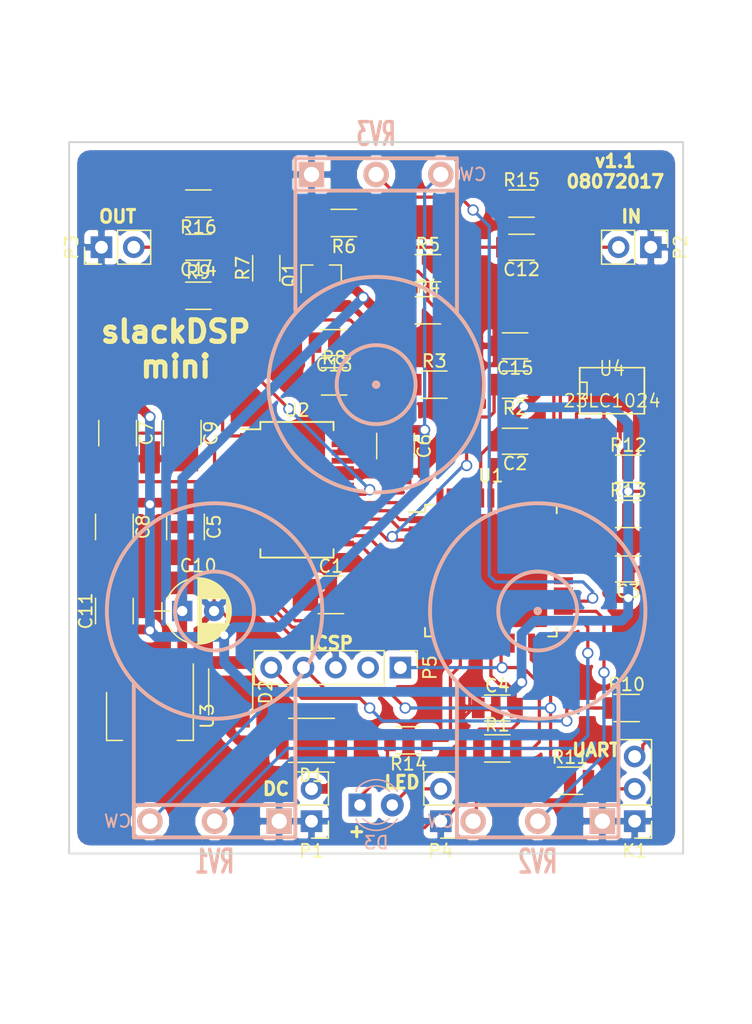
<source format=kicad_pcb>
(kicad_pcb (version 4) (host pcbnew 4.0.6)
  (layers (0 F.Cu signal) (31 B.Cu signal) (34 B.Paste user) (35 F.Paste user) (36 B.SilkS user) (37 F.SilkS user) (38 B.Mask user) (39 F.Mask user) (44 Edge.Cuts user))
  (net 0 "")
  (net 1 +9V)
  (net 2 CLOCK)
  (net 3 CS)
  (net 4 DATA)
  (net 5 GND)
  (net 6 LED)
  (net 7 MCLR)
  (net 8 MIC2)
  (net 9 MONOOUT)
  (net 10 POT1)
  (net 11 POT2)
  (net 12 POT3)
  (net 13 SCK)
  (net 14 SDI)
  (net 15 SDO)
  (net 16 VCC)
  (net 17 "Net-(C1-Pad2)")
  (net 18 "Net-(C9-Pad1)")
  (net 19 "Net-(C12-Pad1)")
  (net 20 "Net-(C12-Pad2)")
  (net 21 "Net-(C13-Pad1)")
  (net 22 "Net-(C13-Pad2)")
  (net 23 "Net-(C14-Pad1)")
  (net 24 "Net-(C14-Pad2)")
  (net 25 "Net-(D1-Pad1)")
  (net 26 "Net-(D3-Pad1)")
  (net 27 "Net-(D3-Pad2)")
  (net 28 "Net-(K1-Pad2)")
  (net 29 "Net-(K1-Pad3)")
  (net 30 "Net-(P5-Pad2)")
  (net 31 "Net-(Q1-Pad3)")
  (net 32 "Net-(R2-Pad2)")
  (net 33 "Net-(R3-Pad2)")
  (net 34 "Net-(R12-Pad1)")
  (net 35 "Net-(U1-Pad41)")
  (net 36 "Net-(U1-Pad42)")
  (net 37 "Net-(U1-Pad43)")
  (net 38 "Net-(U1-Pad44)")
  (net 39 "Net-(U1-Pad38)")
  (net 40 "Net-(U1-Pad35)")
  (net 41 "Net-(U1-Pad34)")
  (net 42 "Net-(U1-Pad15)")
  (net 43 "Net-(U1-Pad13)")
  (net 44 "Net-(U1-Pad12)")
  (net 45 "Net-(U1-Pad19)")
  (net 46 "Net-(U1-Pad20)")
  (net 47 "Net-(U1-Pad27)")
  (net 48 "Net-(U1-Pad26)")
  (net 49 "Net-(U1-Pad8)")
  (net 50 "Net-(U1-Pad9)")
  (net 51 "Net-(U1-Pad10)")
  (net 52 "Net-(U1-Pad11)")
  (net 53 "Net-(U1-Pad5)")
  (net 54 "Net-(U1-Pad4)")
  (net 55 "Net-(U1-Pad30)")
  (net 56 "Net-(U1-Pad31)")
  (net 57 "Net-(U1-Pad2)")
  (net 58 "Net-(U1-Pad1)")
  (net 59 "Net-(U2-Pad2)")
  (net 60 "Net-(U2-Pad3)")
  (net 61 "Net-(U2-Pad4)")
  (net 62 "Net-(U2-Pad5)")
  (net 63 "Net-(U2-Pad22)")
  (net 64 "Net-(U2-Pad25)")
  (module Capacitors_SMD:C_1210_HandSoldering (layer F.Cu) (at 42.164 58.42)
    (fp_text reference C1 (at 0 -2.25) (layer F.SilkS))
    (fp_text value 10u)
    (pad 1 smd rect (at -2 0) (size 2 2.5) (layers F.Cu F.Paste F.Mask) (net 5 GND))
    (pad 2 smd rect (at 2 0) (size 2 2.5) (layers F.Cu F.Paste F.Mask) (net 17 "Net-(C1-Pad2)"))
  )
  (module Capacitors_SMD:C_1206 (layer F.Cu) (at 56.642 46.355 180)
    (fp_text reference C2 (at 0 -1.75 180) (layer F.SilkS))
    (fp_text value 100n)
    (pad 1 smd rect (at -1.5 0 180) (size 1 1.6) (layers F.Cu F.Paste F.Mask) (net 5 GND))
    (pad 2 smd rect (at 1.5 0 180) (size 1 1.6) (layers F.Cu F.Paste F.Mask) (net 16 VCC))
  )
  (module Capacitors_SMD:C_1206 (layer F.Cu) (at 65.532 56.388 180)
    (fp_text reference C3 (at 0 -1.75 180) (layer F.SilkS))
    (fp_text value 100n)
    (pad 1 smd rect (at -1.5 0 180) (size 1 1.6) (layers F.Cu F.Paste F.Mask) (net 5 GND))
    (pad 2 smd rect (at 1.5 0 180) (size 1 1.6) (layers F.Cu F.Paste F.Mask) (net 16 VCC))
  )
  (module Capacitors_SMD:C_1206 (layer F.Cu) (at 55.245 67.31)
    (fp_text reference C4 (at 0 -1.75) (layer F.SilkS))
    (fp_text value 100n)
    (pad 1 smd rect (at -1.5 0) (size 1 1.6) (layers F.Cu F.Paste F.Mask) (net 5 GND))
    (pad 2 smd rect (at 1.5 0) (size 1 1.6) (layers F.Cu F.Paste F.Mask) (net 16 VCC))
  )
  (module Capacitors_SMD:C_1210_HandSoldering (layer F.Cu) (at 30.734 53.086 270)
    (fp_text reference C5 (at 0 -2.25 270) (layer F.SilkS))
    (fp_text value 10u)
    (pad 1 smd rect (at -2 0 270) (size 2 2.5) (layers F.Cu F.Paste F.Mask) (net 16 VCC))
    (pad 2 smd rect (at 2 0 270) (size 2 2.5) (layers F.Cu F.Paste F.Mask) (net 5 GND))
  )
  (module Capacitors_SMD:C_1210_HandSoldering (layer F.Cu) (at 47.244 46.736 270)
    (fp_text reference C6 (at 0 -2.25 270) (layer F.SilkS))
    (fp_text value 10u)
    (pad 1 smd rect (at -2 0 270) (size 2 2.5) (layers F.Cu F.Paste F.Mask) (net 16 VCC))
    (pad 2 smd rect (at 2 0 270) (size 2 2.5) (layers F.Cu F.Paste F.Mask) (net 5 GND))
  )
  (module Capacitors_SMD:C_1210_HandSoldering (layer F.Cu) (at 25.4 45.72 270)
    (fp_text reference C7 (at 0 -2.25 270) (layer F.SilkS))
    (fp_text value 10u)
    (pad 1 smd rect (at -2 0 270) (size 2 2.5) (layers F.Cu F.Paste F.Mask) (net 16 VCC))
    (pad 2 smd rect (at 2 0 270) (size 2 2.5) (layers F.Cu F.Paste F.Mask) (net 5 GND))
  )
  (module Capacitors_SMD:C_1210_HandSoldering (layer F.Cu) (at 25.146 53.086 270)
    (fp_text reference C8 (at 0 -2.25 270) (layer F.SilkS))
    (fp_text value 10u)
    (pad 1 smd rect (at -2 0 270) (size 2 2.5) (layers F.Cu F.Paste F.Mask) (net 16 VCC))
    (pad 2 smd rect (at 2 0 270) (size 2 2.5) (layers F.Cu F.Paste F.Mask) (net 5 GND))
  )
  (module Capacitors_SMD:C_1210_HandSoldering (layer F.Cu) (at 30.48 45.72 270)
    (fp_text reference C9 (at 0 -2.25 270) (layer F.SilkS))
    (fp_text value 10u)
    (pad 1 smd rect (at -2 0 270) (size 2 2.5) (layers F.Cu F.Paste F.Mask) (net 18 "Net-(C9-Pad1)"))
    (pad 2 smd rect (at 2 0 270) (size 2 2.5) (layers F.Cu F.Paste F.Mask) (net 5 GND))
  )
  (module Capacitors_SMD:C_1210_HandSoldering (layer F.Cu) (at 25.146 59.69 90)
    (fp_text reference C11 (at 0 -2.25 90) (layer F.SilkS))
    (fp_text value 10u)
    (pad 1 smd rect (at -2 0 90) (size 2 2.5) (layers F.Cu F.Paste F.Mask) (net 16 VCC))
    (pad 2 smd rect (at 2 0 90) (size 2 2.5) (layers F.Cu F.Paste F.Mask) (net 5 GND))
  )
  (module Capacitors_SMD:C_1206 (layer F.Cu) (at 57.15 31.115 180)
    (fp_text reference C12 (at 0 -1.75 180) (layer F.SilkS))
    (fp_text value 100n)
    (pad 1 smd rect (at -1.5 0 180) (size 1 1.6) (layers F.Cu F.Paste F.Mask) (net 19 "Net-(C12-Pad1)"))
    (pad 2 smd rect (at 1.5 0 180) (size 1 1.6) (layers F.Cu F.Paste F.Mask) (net 20 "Net-(C12-Pad2)"))
  )
  (module Capacitors_SMD:C_1206 (layer F.Cu) (at 42.418 38.608 180)
    (fp_text reference C13 (at 0 -1.75 180) (layer F.SilkS))
    (fp_text value 1u)
    (pad 1 smd rect (at -1.5 0 180) (size 1 1.6) (layers F.Cu F.Paste F.Mask) (net 21 "Net-(C13-Pad1)"))
    (pad 2 smd rect (at 1.5 0 180) (size 1 1.6) (layers F.Cu F.Paste F.Mask) (net 22 "Net-(C13-Pad2)"))
  )
  (module Capacitors_SMD:C_1206 (layer F.Cu) (at 31.75 31.115 180)
    (fp_text reference C14 (at 0 -1.75 180) (layer F.SilkS))
    (fp_text value 1u)
    (pad 1 smd rect (at -1.5 0 180) (size 1 1.6) (layers F.Cu F.Paste F.Mask) (net 23 "Net-(C14-Pad1)"))
    (pad 2 smd rect (at 1.5 0 180) (size 1 1.6) (layers F.Cu F.Paste F.Mask) (net 24 "Net-(C14-Pad2)"))
  )
  (module Capacitors_SMD:C_1206 (layer F.Cu) (at 56.642 38.862 180)
    (fp_text reference C15 (at 0 -1.75 180) (layer F.SilkS))
    (fp_text value 100n)
    (pad 1 smd rect (at -1.5 0 180) (size 1 1.6) (layers F.Cu F.Paste F.Mask) (net 16 VCC))
    (pad 2 smd rect (at 1.5 0 180) (size 1 1.6) (layers F.Cu F.Paste F.Mask) (net 5 GND))
  )
  (module Capacitors_SMD:C_1812 (layer F.Cu) (at 40.64 69.85 180)
    (fp_text reference D1 (at 0 -2.75 180) (layer F.SilkS))
    (fp_text value LL4001)
    (pad 1 smd rect (at -2.3 0 180) (size 1 3) (layers F.Cu F.Paste F.Mask) (net 25 "Net-(D1-Pad1)"))
    (pad 2 smd rect (at 2.3 0 180) (size 1 3) (layers F.Cu F.Paste F.Mask) (net 1 +9V))
  )
  (module Capacitors_SMD:C_1812 (layer F.Cu) (at 34.29 66.04 270)
    (fp_text reference D2 (at 0 -2.75 270) (layer F.SilkS))
    (fp_text value LL4001)
    (pad 1 smd rect (at -2.3 0 270) (size 1 3) (layers F.Cu F.Paste F.Mask) (net 16 VCC))
    (pad 2 smd rect (at 2.3 0 270) (size 1 3) (layers F.Cu F.Paste F.Mask) (net 1 +9V))
  )
  (module LEDs:LED_D3.0mm (layer B.Cu) (at 44.45 74.93)
    (fp_text reference D3 (at 1.27 2.96) (layer B.SilkS) (effects (justify mirror)))
    (fp_text value LED)
    (pad 1 thru_hole rect (at 0 0) (size 1.8 1.8) (drill 0.9) (layers *.Cu *.Mask) (net 26 "Net-(D3-Pad1)"))
    (pad 2 thru_hole circle (at 2.54 0) (size 1.8 1.8) (drill 0.9) (layers *.Cu *.Mask) (net 27 "Net-(D3-Pad2)"))
  )
  (module Pin_Headers:Pin_Header_Straight_1x03_Pitch2.54mm (layer F.Cu) (at 66.04 76.2 180)
    (fp_text reference K1 (at 0 -2.33 180) (layer F.SilkS))
    (fp_text value UART)
    (pad 1 thru_hole rect (at 0 0 180) (size 1.7 1.7) (drill 1) (layers *.Cu *.Mask) (net 5 GND))
    (pad 2 thru_hole oval (at 0 2.54 180) (size 1.7 1.7) (drill 1) (layers *.Cu *.Mask) (net 28 "Net-(K1-Pad2)"))
    (pad 3 thru_hole oval (at 0 5.08 180) (size 1.7 1.7) (drill 1) (layers *.Cu *.Mask) (net 29 "Net-(K1-Pad3)"))
  )
  (module Pin_Headers:Pin_Header_Straight_1x02_Pitch2.54mm (layer F.Cu) (at 40.64 76.2 180)
    (fp_text reference P1 (at 0 -2.33 180) (layer F.SilkS))
    (fp_text value "DC In")
    (pad 1 thru_hole rect (at 0 0 180) (size 1.7 1.7) (drill 1) (layers *.Cu *.Mask) (net 5 GND))
    (pad 2 thru_hole oval (at 0 2.54 180) (size 1.7 1.7) (drill 1) (layers *.Cu *.Mask) (net 25 "Net-(D1-Pad1)"))
  )
  (module Pin_Headers:Pin_Header_Straight_1x02_Pitch2.54mm (layer F.Cu) (at 67.31 31.115 270)
    (fp_text reference P2 (at 0 -2.33 270) (layer F.SilkS))
    (fp_text value In)
    (pad 1 thru_hole rect (at 0 0 270) (size 1.7 1.7) (drill 1) (layers *.Cu *.Mask) (net 5 GND))
    (pad 2 thru_hole oval (at 0 2.54 270) (size 1.7 1.7) (drill 1) (layers *.Cu *.Mask) (net 19 "Net-(C12-Pad1)"))
  )
  (module Pin_Headers:Pin_Header_Straight_1x02_Pitch2.54mm (layer F.Cu) (at 24.13 31.115 90)
    (fp_text reference P3 (at 0 -2.33 90) (layer F.SilkS))
    (fp_text value Out)
    (pad 1 thru_hole rect (at 0 0 90) (size 1.7 1.7) (drill 1) (layers *.Cu *.Mask) (net 5 GND))
    (pad 2 thru_hole oval (at 0 2.54 90) (size 1.7 1.7) (drill 1) (layers *.Cu *.Mask) (net 24 "Net-(C14-Pad2)"))
  )
  (module Pin_Headers:Pin_Header_Straight_1x02_Pitch2.54mm (layer F.Cu) (at 50.8 76.2 180)
    (fp_text reference P4 (at 0 -2.33 180) (layer F.SilkS))
    (fp_text value LED)
    (pad 1 thru_hole rect (at 0 0 180) (size 1.7 1.7) (drill 1) (layers *.Cu *.Mask) (net 5 GND))
    (pad 2 thru_hole oval (at 0 2.54 180) (size 1.7 1.7) (drill 1) (layers *.Cu *.Mask) (net 27 "Net-(D3-Pad2)"))
  )
  (module Pin_Headers:Pin_Header_Straight_1x05_Pitch2.54mm (layer F.Cu) (at 47.625 64.135 270)
    (fp_text reference P5 (at 0 -2.33 270) (layer F.SilkS))
    (fp_text value ICSP)
    (pad 1 thru_hole rect (at 0 0 270) (size 1.7 1.7) (drill 1) (layers *.Cu *.Mask) (net 7 MCLR))
    (pad 2 thru_hole oval (at 0 2.54 270) (size 1.7 1.7) (drill 1) (layers *.Cu *.Mask) (net 30 "Net-(P5-Pad2)"))
    (pad 3 thru_hole oval (at 0 5.08 270) (size 1.7 1.7) (drill 1) (layers *.Cu *.Mask) (net 5 GND))
    (pad 4 thru_hole oval (at 0 7.62 270) (size 1.7 1.7) (drill 1) (layers *.Cu *.Mask) (net 4 DATA))
    (pad 5 thru_hole oval (at 0 10.16 270) (size 1.7 1.7) (drill 1) (layers *.Cu *.Mask) (net 2 CLOCK))
  )
  (module TO_SOT_Packages_SMD:SOT-23 (layer F.Cu) (at 41.402 33.274 90)
    (fp_text reference Q1 (at 0 -2.5 90) (layer F.SilkS))
    (fp_text value JFET_N)
    (pad 1 smd rect (at -1 -0.95 90) (size 0.9 0.8) (layers F.Cu F.Paste F.Mask) (net 21 "Net-(C13-Pad1)"))
    (pad 2 smd rect (at -1 0.95 90) (size 0.9 0.8) (layers F.Cu F.Paste F.Mask) (net 1 +9V))
    (pad 3 smd rect (at 1 0 90) (size 0.9 0.8) (layers F.Cu F.Paste F.Mask) (net 31 "Net-(Q1-Pad3)"))
  )
  (module Resistors_SMD:R_1206 (layer F.Cu) (at 55.245 70.485)
    (fp_text reference R1 (at 0 -1.85) (layer F.SilkS))
    (fp_text value 10k)
    (pad 1 smd rect (at -1.45 0) (size 0.9 1.7) (layers F.Cu F.Paste F.Mask) (net 16 VCC))
    (pad 2 smd rect (at 1.45 0) (size 0.9 1.7) (layers F.Cu F.Paste F.Mask) (net 7 MCLR))
  )
  (module Resistors_SMD:R_1206 (layer F.Cu) (at 56.642 41.91 180)
    (fp_text reference R2 (at 0 -1.85 180) (layer F.SilkS))
    (fp_text value 10k)
    (pad 1 smd rect (at -1.45 0 180) (size 0.9 1.7) (layers F.Cu F.Paste F.Mask) (net 16 VCC))
    (pad 2 smd rect (at 1.45 0 180) (size 0.9 1.7) (layers F.Cu F.Paste F.Mask) (net 32 "Net-(R2-Pad2)"))
  )
  (module Resistors_SMD:R_1206 (layer F.Cu) (at 50.292 41.91)
    (fp_text reference R3 (at 0 -1.85) (layer F.SilkS))
    (fp_text value 10k)
    (pad 1 smd rect (at -1.45 0) (size 0.9 1.7) (layers F.Cu F.Paste F.Mask) (net 16 VCC))
    (pad 2 smd rect (at 1.45 0) (size 0.9 1.7) (layers F.Cu F.Paste F.Mask) (net 33 "Net-(R3-Pad2)"))
  )
  (module Resistors_SMD:R_1206 (layer F.Cu) (at 49.784 36.068)
    (fp_text reference R4 (at 0 -1.85) (layer F.SilkS))
    (fp_text value 2M2)
    (pad 1 smd rect (at -1.45 0) (size 0.9 1.7) (layers F.Cu F.Paste F.Mask) (net 1 +9V))
    (pad 2 smd rect (at 1.45 0) (size 0.9 1.7) (layers F.Cu F.Paste F.Mask) (net 20 "Net-(C12-Pad2)"))
  )
  (module Resistors_SMD:R_1206 (layer F.Cu) (at 49.784 32.766)
    (fp_text reference R5 (at 0 -1.85) (layer F.SilkS))
    (fp_text value 2M2)
    (pad 1 smd rect (at -1.45 0) (size 0.9 1.7) (layers F.Cu F.Paste F.Mask) (net 20 "Net-(C12-Pad2)"))
    (pad 2 smd rect (at 1.45 0) (size 0.9 1.7) (layers F.Cu F.Paste F.Mask) (net 5 GND))
  )
  (module Resistors_SMD:R_1206 (layer F.Cu) (at 43.18 29.21 180)
    (fp_text reference R6 (at 0 -1.85 180) (layer F.SilkS))
    (fp_text value 10k)
    (pad 1 smd rect (at -1.45 0 180) (size 0.9 1.7) (layers F.Cu F.Paste F.Mask) (net 20 "Net-(C12-Pad2)"))
    (pad 2 smd rect (at 1.45 0 180) (size 0.9 1.7) (layers F.Cu F.Paste F.Mask) (net 31 "Net-(Q1-Pad3)"))
  )
  (module Resistors_SMD:R_1206 (layer F.Cu) (at 37.084 32.766 90)
    (fp_text reference R7 (at 0 -1.85 90) (layer F.SilkS))
    (fp_text value 3k3)
    (pad 1 smd rect (at -1.45 0 90) (size 0.9 1.7) (layers F.Cu F.Paste F.Mask) (net 21 "Net-(C13-Pad1)"))
    (pad 2 smd rect (at 1.45 0 90) (size 0.9 1.7) (layers F.Cu F.Paste F.Mask) (net 5 GND))
  )
  (module Resistors_SMD:R_1206 (layer F.Cu) (at 42.418 41.656)
    (fp_text reference R8 (at 0 -1.85) (layer F.SilkS))
    (fp_text value 22k)
    (pad 1 smd rect (at -1.45 0) (size 0.9 1.7) (layers F.Cu F.Paste F.Mask) (net 22 "Net-(C13-Pad2)"))
    (pad 2 smd rect (at 1.45 0) (size 0.9 1.7) (layers F.Cu F.Paste F.Mask) (net 8 MIC2))
  )
  (module Resistors_SMD:R_1206 (layer F.Cu) (at 31.75 34.925)
    (fp_text reference R9 (at 0 -1.85) (layer F.SilkS))
    (fp_text value 100r)
    (pad 1 smd rect (at -1.45 0) (size 0.9 1.7) (layers F.Cu F.Paste F.Mask) (net 9 MONOOUT))
    (pad 2 smd rect (at 1.45 0) (size 0.9 1.7) (layers F.Cu F.Paste F.Mask) (net 23 "Net-(C14-Pad1)"))
  )
  (module Resistors_SMD:R_1206 (layer F.Cu) (at 65.405 67.31)
    (fp_text reference R10 (at 0 -1.85) (layer F.SilkS))
    (fp_text value 22k)
    (pad 1 smd rect (at -1.45 0) (size 0.9 1.7) (layers F.Cu F.Paste F.Mask) (net 2 CLOCK))
    (pad 2 smd rect (at 1.45 0) (size 0.9 1.7) (layers F.Cu F.Paste F.Mask) (net 29 "Net-(K1-Pad3)"))
  )
  (module Resistors_SMD:R_1206 (layer F.Cu) (at 60.96 73.025)
    (fp_text reference R11 (at 0 -1.85) (layer F.SilkS))
    (fp_text value 100r)
    (pad 1 smd rect (at -1.45 0) (size 0.9 1.7) (layers F.Cu F.Paste F.Mask) (net 4 DATA))
    (pad 2 smd rect (at 1.45 0) (size 0.9 1.7) (layers F.Cu F.Paste F.Mask) (net 28 "Net-(K1-Pad2)"))
  )
  (module Resistors_SMD:R_1206 (layer F.Cu) (at 65.532 48.514)
    (fp_text reference R12 (at 0 -1.85) (layer F.SilkS))
    (fp_text value 10k)
    (pad 1 smd rect (at -1.45 0) (size 0.9 1.7) (layers F.Cu F.Paste F.Mask) (net 34 "Net-(R12-Pad1)"))
    (pad 2 smd rect (at 1.45 0) (size 0.9 1.7) (layers F.Cu F.Paste F.Mask) (net 16 VCC))
  )
  (module Resistors_SMD:R_1206 (layer F.Cu) (at 65.532 52.07)
    (fp_text reference R13 (at 0 -1.85) (layer F.SilkS))
    (fp_text value 10k)
    (pad 1 smd rect (at -1.45 0) (size 0.9 1.7) (layers F.Cu F.Paste F.Mask) (net 3 CS))
    (pad 2 smd rect (at 1.45 0) (size 0.9 1.7) (layers F.Cu F.Paste F.Mask) (net 16 VCC))
  )
  (module Resistors_SMD:R_1206 (layer F.Cu) (at 48.26 69.85 180)
    (fp_text reference R14 (at 0 -1.85 180) (layer F.SilkS))
    (fp_text value 10k)
    (pad 1 smd rect (at -1.45 0 180) (size 0.9 1.7) (layers F.Cu F.Paste F.Mask) (net 6 LED))
    (pad 2 smd rect (at 1.45 0 180) (size 0.9 1.7) (layers F.Cu F.Paste F.Mask) (net 26 "Net-(D3-Pad1)"))
  )
  (module Resistors_SMD:R_1206 (layer F.Cu) (at 57.15 27.686)
    (fp_text reference R15 (at 0 -1.85) (layer F.SilkS))
    (fp_text value 2M2)
    (pad 1 smd rect (at -1.45 0) (size 0.9 1.7) (layers F.Cu F.Paste F.Mask) (net 5 GND))
    (pad 2 smd rect (at 1.45 0) (size 0.9 1.7) (layers F.Cu F.Paste F.Mask) (net 19 "Net-(C12-Pad1)"))
  )
  (module Resistors_SMD:R_1206 (layer F.Cu) (at 31.75 27.686 180)
    (fp_text reference R16 (at 0 -1.85 180) (layer F.SilkS))
    (fp_text value 10k)
    (pad 1 smd rect (at -1.45 0 180) (size 0.9 1.7) (layers F.Cu F.Paste F.Mask) (net 5 GND))
    (pad 2 smd rect (at 1.45 0 180) (size 0.9 1.7) (layers F.Cu F.Paste F.Mask) (net 24 "Net-(C14-Pad2)"))
  )
  (module slacklib:POT_16mm (layer B.Cu) (at 35.56 76.2 180)
    (fp_text reference RV1 (at 2.54 -3.175 180) (layer B.SilkS) (effects (font (size 1.7907 1.07696) (thickness 0.3048)) (justify mirror)))
    (fp_text value "10k Lin" hide)
    (fp_text user CW (at 10.16 0 180) (layer B.SilkS) (effects (justify mirror)))
    (pad 1 thru_hole rect (at -2.54 0 180) (size 2 2) (drill 1.2) (layers *.Cu *.Mask B.SilkS) (net 5 GND))
    (pad 2 thru_hole circle (at 2.54 0 180) (size 2 2) (drill 1.2) (layers *.Cu *.Mask B.SilkS) (net 10 POT1))
    (pad 3 thru_hole circle (at 7.62 0 180) (size 2 2) (drill 1.2) (layers *.Cu *.Mask B.SilkS) (net 16 VCC))
  )
  (module slacklib:POT_16mm (layer B.Cu) (at 60.96 76.2 180)
    (fp_text reference RV2 (at 2.54 -3.175 180) (layer B.SilkS) (effects (font (size 1.7907 1.07696) (thickness 0.3048)) (justify mirror)))
    (fp_text value "10k lin" hide)
    (fp_text user CW (at 10.16 0 180) (layer B.SilkS) (effects (justify mirror)))
    (pad 1 thru_hole rect (at -2.54 0 180) (size 2 2) (drill 1.2) (layers *.Cu *.Mask B.SilkS) (net 5 GND))
    (pad 2 thru_hole circle (at 2.54 0 180) (size 2 2) (drill 1.2) (layers *.Cu *.Mask B.SilkS) (net 11 POT2))
    (pad 3 thru_hole circle (at 7.62 0 180) (size 2 2) (drill 1.2) (layers *.Cu *.Mask B.SilkS) (net 16 VCC))
  )
  (module slacklib:POT_16mm (layer B.Cu) (at 43.18 25.4)
    (fp_text reference RV3 (at 2.54 -3.175) (layer B.SilkS) (effects (font (size 1.7907 1.07696) (thickness 0.3048)) (justify mirror)))
    (fp_text value "10k lin" hide)
    (fp_text user CW (at 10.16 0) (layer B.SilkS) (effects (justify mirror)))
    (pad 1 thru_hole rect (at -2.54 0) (size 2 2) (drill 1.2) (layers *.Cu *.Mask B.SilkS) (net 5 GND))
    (pad 2 thru_hole circle (at 2.54 0) (size 2 2) (drill 1.2) (layers *.Cu *.Mask B.SilkS) (net 12 POT3))
    (pad 3 thru_hole circle (at 7.62 0) (size 2 2) (drill 1.2) (layers *.Cu *.Mask B.SilkS) (net 16 VCC))
  )
  (module Housings_QFP:TQFP-44_10x10mm_Pitch0.8mm (layer F.Cu) (at 54.737 56.515)
    (fp_text reference U1 (at 0 -7.45) (layer F.SilkS))
    (fp_text value DSPIC33FJ128GP804)
    (pad 1 smd rect (at -5.7 -4) (size 1.5 0.55) (layers F.Cu F.Paste F.Mask) (net 58 "Net-(U1-Pad1)"))
    (pad 2 smd rect (at -5.7 -3.2) (size 1.5 0.55) (layers F.Cu F.Paste F.Mask) (net 57 "Net-(U1-Pad2)"))
    (pad 3 smd rect (at -5.7 -2.4) (size 1.5 0.55) (layers F.Cu F.Paste F.Mask) (net 32 "Net-(R2-Pad2)"))
    (pad 4 smd rect (at -5.7 -1.6) (size 1.5 0.55) (layers F.Cu F.Paste F.Mask) (net 54 "Net-(U1-Pad4)"))
    (pad 5 smd rect (at -5.7 -0.8) (size 1.5 0.55) (layers F.Cu F.Paste F.Mask) (net 53 "Net-(U1-Pad5)"))
    (pad 6 smd rect (at -5.7 0) (size 1.5 0.55) (layers F.Cu F.Paste F.Mask) (net 5 GND))
    (pad 7 smd rect (at -5.7 0.8) (size 1.5 0.55) (layers F.Cu F.Paste F.Mask) (net 17 "Net-(C1-Pad2)"))
    (pad 8 smd rect (at -5.7 1.6) (size 1.5 0.55) (layers F.Cu F.Paste F.Mask) (net 49 "Net-(U1-Pad8)"))
    (pad 9 smd rect (at -5.7 2.4) (size 1.5 0.55) (layers F.Cu F.Paste F.Mask) (net 50 "Net-(U1-Pad9)"))
    (pad 10 smd rect (at -5.7 3.2) (size 1.5 0.55) (layers F.Cu F.Paste F.Mask) (net 51 "Net-(U1-Pad10)"))
    (pad 11 smd rect (at -5.7 4) (size 1.5 0.55) (layers F.Cu F.Paste F.Mask) (net 52 "Net-(U1-Pad11)"))
    (pad 12 smd rect (at -4 5.7 90) (size 1.5 0.55) (layers F.Cu F.Paste F.Mask) (net 44 "Net-(U1-Pad12)"))
    (pad 13 smd rect (at -3.2 5.7 90) (size 1.5 0.55) (layers F.Cu F.Paste F.Mask) (net 43 "Net-(U1-Pad13)"))
    (pad 14 smd rect (at -2.4 5.7 90) (size 1.5 0.55) (layers F.Cu F.Paste F.Mask) (net 6 LED))
    (pad 15 smd rect (at -1.6 5.7 90) (size 1.5 0.55) (layers F.Cu F.Paste F.Mask) (net 42 "Net-(U1-Pad15)"))
    (pad 16 smd rect (at -0.8 5.7 90) (size 1.5 0.55) (layers F.Cu F.Paste F.Mask) (net 5 GND))
    (pad 17 smd rect (at 0 5.7 90) (size 1.5 0.55) (layers F.Cu F.Paste F.Mask) (net 16 VCC))
    (pad 18 smd rect (at 0.8 5.7 90) (size 1.5 0.55) (layers F.Cu F.Paste F.Mask) (net 7 MCLR))
    (pad 19 smd rect (at 1.6 5.7 90) (size 1.5 0.55) (layers F.Cu F.Paste F.Mask) (net 45 "Net-(U1-Pad19)"))
    (pad 20 smd rect (at 2.4 5.7 90) (size 1.5 0.55) (layers F.Cu F.Paste F.Mask) (net 46 "Net-(U1-Pad20)"))
    (pad 21 smd rect (at 3.2 5.7 90) (size 1.5 0.55) (layers F.Cu F.Paste F.Mask) (net 4 DATA))
    (pad 22 smd rect (at 4 5.7 90) (size 1.5 0.55) (layers F.Cu F.Paste F.Mask) (net 2 CLOCK))
    (pad 23 smd rect (at 5.7 4) (size 1.5 0.55) (layers F.Cu F.Paste F.Mask) (net 10 POT1))
    (pad 24 smd rect (at 5.7 3.2) (size 1.5 0.55) (layers F.Cu F.Paste F.Mask) (net 11 POT2))
    (pad 25 smd rect (at 5.7 2.4) (size 1.5 0.55) (layers F.Cu F.Paste F.Mask) (net 12 POT3))
    (pad 26 smd rect (at 5.7 1.6) (size 1.5 0.55) (layers F.Cu F.Paste F.Mask) (net 48 "Net-(U1-Pad26)"))
    (pad 27 smd rect (at 5.7 0.8) (size 1.5 0.55) (layers F.Cu F.Paste F.Mask) (net 47 "Net-(U1-Pad27)"))
    (pad 28 smd rect (at 5.7 0) (size 1.5 0.55) (layers F.Cu F.Paste F.Mask) (net 16 VCC))
    (pad 29 smd rect (at 5.7 -0.8) (size 1.5 0.55) (layers F.Cu F.Paste F.Mask) (net 5 GND))
    (pad 30 smd rect (at 5.7 -1.6) (size 1.5 0.55) (layers F.Cu F.Paste F.Mask) (net 55 "Net-(U1-Pad30)"))
    (pad 31 smd rect (at 5.7 -2.4) (size 1.5 0.55) (layers F.Cu F.Paste F.Mask) (net 56 "Net-(U1-Pad31)"))
    (pad 32 smd rect (at 5.7 -3.2) (size 1.5 0.55) (layers F.Cu F.Paste F.Mask) (net 3 CS))
    (pad 33 smd rect (at 5.7 -4) (size 1.5 0.55) (layers F.Cu F.Paste F.Mask) (net 14 SDI))
    (pad 34 smd rect (at 4 -5.7 90) (size 1.5 0.55) (layers F.Cu F.Paste F.Mask) (net 41 "Net-(U1-Pad34)"))
    (pad 35 smd rect (at 3.2 -5.7 90) (size 1.5 0.55) (layers F.Cu F.Paste F.Mask) (net 40 "Net-(U1-Pad35)"))
    (pad 36 smd rect (at 2.4 -5.7 90) (size 1.5 0.55) (layers F.Cu F.Paste F.Mask) (net 15 SDO))
    (pad 37 smd rect (at 1.6 -5.7 90) (size 1.5 0.55) (layers F.Cu F.Paste F.Mask) (net 13 SCK))
    (pad 38 smd rect (at 0.8 -5.7 90) (size 1.5 0.55) (layers F.Cu F.Paste F.Mask) (net 39 "Net-(U1-Pad38)"))
    (pad 39 smd rect (at 0 -5.7 90) (size 1.5 0.55) (layers F.Cu F.Paste F.Mask) (net 5 GND))
    (pad 40 smd rect (at -0.8 -5.7 90) (size 1.5 0.55) (layers F.Cu F.Paste F.Mask) (net 16 VCC))
    (pad 41 smd rect (at -1.6 -5.7 90) (size 1.5 0.55) (layers F.Cu F.Paste F.Mask) (net 35 "Net-(U1-Pad41)"))
    (pad 42 smd rect (at -2.4 -5.7 90) (size 1.5 0.55) (layers F.Cu F.Paste F.Mask) (net 36 "Net-(U1-Pad42)"))
    (pad 43 smd rect (at -3.2 -5.7 90) (size 1.5 0.55) (layers F.Cu F.Paste F.Mask) (net 37 "Net-(U1-Pad43)"))
    (pad 44 smd rect (at -4 -5.7 90) (size 1.5 0.55) (layers F.Cu F.Paste F.Mask) (net 38 "Net-(U1-Pad44)"))
  )
  (module Housings_SSOP:SSOP-28_5.3x10.2mm_Pitch0.65mm (layer F.Cu) (at 39.497 50.165)
    (fp_text reference U2 (at 0 -6.25) (layer F.SilkS))
    (fp_text value WM8510)
    (pad 1 smd rect (at -3.6 -4.225) (size 1.75 0.45) (layers F.Cu F.Paste F.Mask) (net 18 "Net-(C9-Pad1)"))
    (pad 2 smd rect (at -3.6 -3.575) (size 1.75 0.45) (layers F.Cu F.Paste F.Mask) (net 59 "Net-(U2-Pad2)"))
    (pad 3 smd rect (at -3.6 -2.925) (size 1.75 0.45) (layers F.Cu F.Paste F.Mask) (net 60 "Net-(U2-Pad3)"))
    (pad 4 smd rect (at -3.6 -2.275) (size 1.75 0.45) (layers F.Cu F.Paste F.Mask) (net 61 "Net-(U2-Pad4)"))
    (pad 5 smd rect (at -3.6 -1.625) (size 1.75 0.45) (layers F.Cu F.Paste F.Mask) (net 62 "Net-(U2-Pad5)"))
    (pad 6 smd rect (at -3.6 -0.975) (size 1.75 0.45) (layers F.Cu F.Paste F.Mask) (net 16 VCC))
    (pad 7 smd rect (at -3.6 -0.325) (size 1.75 0.45) (layers F.Cu F.Paste F.Mask) (net 5 GND))
    (pad 8 smd rect (at -3.6 0.325) (size 1.75 0.45) (layers F.Cu F.Paste F.Mask) (net 5 GND))
    (pad 9 smd rect (at -3.6 0.975) (size 1.75 0.45) (layers F.Cu F.Paste F.Mask) (net 16 VCC))
    (pad 10 smd rect (at -3.6 1.625) (size 1.75 0.45) (layers F.Cu F.Paste F.Mask) (net 16 VCC))
    (pad 11 smd rect (at -3.6 2.275) (size 1.75 0.45) (layers F.Cu F.Paste F.Mask) (net 5 GND))
    (pad 12 smd rect (at -3.6 2.925) (size 1.75 0.45) (layers F.Cu F.Paste F.Mask) (net 52 "Net-(U1-Pad11)"))
    (pad 13 smd rect (at -3.6 3.575) (size 1.75 0.45) (layers F.Cu F.Paste F.Mask) (net 51 "Net-(U1-Pad10)"))
    (pad 14 smd rect (at -3.6 4.225) (size 1.75 0.45) (layers F.Cu F.Paste F.Mask) (net 50 "Net-(U1-Pad9)"))
    (pad 15 smd rect (at 3.6 4.225) (size 1.75 0.45) (layers F.Cu F.Paste F.Mask) (net 53 "Net-(U1-Pad5)"))
    (pad 16 smd rect (at 3.6 3.575) (size 1.75 0.45) (layers F.Cu F.Paste F.Mask) (net 54 "Net-(U1-Pad4)"))
    (pad 17 smd rect (at 3.6 2.925) (size 1.75 0.45) (layers F.Cu F.Paste F.Mask) (net 32 "Net-(R2-Pad2)"))
    (pad 18 smd rect (at 3.6 2.275) (size 1.75 0.45) (layers F.Cu F.Paste F.Mask) (net 57 "Net-(U1-Pad2)"))
    (pad 19 smd rect (at 3.6 1.625) (size 1.75 0.45) (layers F.Cu F.Paste F.Mask) (net 58 "Net-(U1-Pad1)"))
    (pad 20 smd rect (at 3.6 0.975) (size 1.75 0.45) (layers F.Cu F.Paste F.Mask) (net 33 "Net-(R3-Pad2)"))
    (pad 21 smd rect (at 3.6 0.325) (size 1.75 0.45) (layers F.Cu F.Paste F.Mask) (net 9 MONOOUT))
    (pad 22 smd rect (at 3.6 -0.325) (size 1.75 0.45) (layers F.Cu F.Paste F.Mask) (net 63 "Net-(U2-Pad22)"))
    (pad 23 smd rect (at 3.6 -0.975) (size 1.75 0.45) (layers F.Cu F.Paste F.Mask) (net 5 GND))
    (pad 24 smd rect (at 3.6 -1.625) (size 1.75 0.45) (layers F.Cu F.Paste F.Mask) (net 5 GND))
    (pad 25 smd rect (at 3.6 -2.275) (size 1.75 0.45) (layers F.Cu F.Paste F.Mask) (net 64 "Net-(U2-Pad25)"))
    (pad 26 smd rect (at 3.6 -2.925) (size 1.75 0.45) (layers F.Cu F.Paste F.Mask) (net 16 VCC))
    (pad 27 smd rect (at 3.6 -3.575) (size 1.75 0.45) (layers F.Cu F.Paste F.Mask) (net 16 VCC))
    (pad 28 smd rect (at 3.6 -4.225) (size 1.75 0.45) (layers F.Cu F.Paste F.Mask) (net 8 MIC2))
  )
  (module TO_SOT_Packages_SMD:SOT-223 (layer F.Cu) (at 27.94 67.945 270)
    (fp_text reference U3 (at 0 -4.5 270) (layer F.SilkS))
    (fp_text value 7833)
    (pad 4 smd rect (at 3.15 0 270) (size 2 3.8) (layers F.Cu F.Paste F.Mask) (net 5 GND))
    (pad 2 smd rect (at -3.15 0 270) (size 2 1.5) (layers F.Cu F.Paste F.Mask) (net 5 GND))
    (pad 3 smd rect (at -3.15 2.3 270) (size 2 1.5) (layers F.Cu F.Paste F.Mask) (net 16 VCC))
    (pad 1 smd rect (at -3.15 -2.3 270) (size 2 1.5) (layers F.Cu F.Paste F.Mask) (net 1 +9V))
  )
  (module slacklib:SO8-Narrow (layer F.Cu) (at 64.262 41.91)
    (fp_text reference U4 (at 0 -1.27) (layer F.SilkS) (effects (font (size 1.143 1.016) (thickness 0.127))))
    (fp_text value 23LC1024 (at 0 1.27) (layer F.SilkS) (effects (font (size 1.016 1.016) (thickness 0.127))))
    (pad 8 smd rect (at -1.905 -2.2225) (size 0.508 1.143) (layers F.Cu F.Paste F.Mask) (net 16 VCC))
    (pad 7 smd rect (at -0.635 -2.2225) (size 0.508 1.143) (layers F.Cu F.Paste F.Mask) (net 16 VCC))
    (pad 6 smd rect (at 0.635 -2.2225) (size 0.508 1.143) (layers F.Cu F.Paste F.Mask) (net 13 SCK))
    (pad 5 smd rect (at 1.905 -2.2225) (size 0.508 1.143) (layers F.Cu F.Paste F.Mask) (net 15 SDO))
    (pad 4 smd rect (at 1.905 3.175) (size 0.508 1.143) (layers F.Cu F.Paste F.Mask) (net 5 GND))
    (pad 3 smd rect (at 0.635 3.175) (size 0.508 1.143) (layers F.Cu F.Paste F.Mask) (net 34 "Net-(R12-Pad1)"))
    (pad 2 smd rect (at -0.635 3.175) (size 0.508 1.143) (layers F.Cu F.Paste F.Mask) (net 14 SDI))
    (pad 1 smd rect (at -1.905 3.175) (size 0.508 1.143) (layers F.Cu F.Paste F.Mask) (net 3 CS))
  )
  (module Capacitors_THT:CP_Radial_D5.0mm_P2.50mm (layer F.Cu) (at 30.48 59.69)
    (fp_text reference C10 (at 1.25 -3.56) (layer F.SilkS))
    (fp_text value 100u)
    (pad 1 thru_hole rect (at 0 0) (size 1.6 1.6) (drill 0.8) (layers *.Cu *.Mask) (net 1 +9V))
    (pad 2 thru_hole circle (at 2.5 0) (size 1.6 1.6) (drill 0.8) (layers *.Cu *.Mask) (net 5 GND))
  )
  (gr_text "v1.1\n08072017" (at 64.516 25.146) (layer F.SilkS) (effects (font (size 1 1) (thickness 0.25))))
  (gr_text + (at 44.196 76.962) (layer F.SilkS) (effects (font (size 1 1) (thickness 0.25))))
  (gr_text UART (at 62.992 70.612) (layer F.SilkS) (effects (font (size 1 1) (thickness 0.25))))
  (gr_text LED (at 47.752 73.152) (layer F.SilkS) (effects (font (size 1 1) (thickness 0.25))))
  (gr_text DC (at 37.846 73.66) (layer F.SilkS) (effects (font (size 1 1) (thickness 0.25))))
  (gr_text ICSP (at 42.164 62.23) (layer F.SilkS) (effects (font (size 1 1) (thickness 0.25))))
  (gr_text OUT (at 25.4 28.702) (layer F.SilkS) (effects (font (size 1 1) (thickness 0.25))))
  (gr_text IN (at 65.786 28.702) (layer F.SilkS) (effects (font (size 1 1) (thickness 0.25))))
  (gr_text "slackDSP\nmini\n" (at 29.972 39.116) (layer F.SilkS) (effects (font (size 1.7 1.7) (thickness 0.4))))
  (gr_line (start 21.59 78.74) (end 21.59 22.86) (angle 90) (layer Edge.Cuts) (width 0.15))
  (gr_line (start 69.85 78.74) (end 21.59 78.74) (angle 90) (layer Edge.Cuts) (width 0.15))
  (gr_line (start 69.85 22.86) (end 69.85 78.74) (angle 90) (layer Edge.Cuts) (width 0.15))
  (gr_line (start 21.59 22.86) (end 69.85 22.86) (angle 90) (layer Edge.Cuts) (width 0.15))
  (segment (start 30.48 64.795) (end 30.48 59.93) (width 0.762) (layer F.Cu) (net 1))
  (segment (start 30.48 59.93) (end 30.72 59.69) (width 0.762) (layer F.Cu) (net 1))
  (segment (start 30.48 57.785) (end 30.48 59.69) (width 0.762) (layer B.Cu) (net 1))
  (segment (start 48.133 36.068) (end 45.72 36.068) (width 0.762) (layer F.Cu) (net 1))
  (segment (start 45.72 36.068) (end 44.704 35.052) (width 0.762) (layer F.Cu) (net 1))
  (segment (start 42.3545 34.37382) (end 44.02582 34.37382) (width 0.762) (layer F.Cu) (net 1))
  (segment (start 44.02582 34.37382) (end 44.704 35.052) (width 0.762) (layer F.Cu) (net 1))
  (segment (start 30.48 59.182) (end 30.48 57.785) (width 0.762) (layer B.Cu) (net 1))
  (segment (start 30.48 57.785) (end 30.48 57.15) (width 0.762) (layer B.Cu) (net 1))
  (segment (start 30.48 57.15) (end 30.48 49.276) (width 0.762) (layer B.Cu) (net 1))
  (segment (start 44.704 35.052) (end 44.6405 34.9885) (width 0.762) (layer F.Cu) (net 1))
  (via (at 44.704 35.052) (size 0.889) (layers F.Cu B.Cu) (net 1))
  (segment (start 30.48 49.276) (end 44.704 35.052) (width 0.762) (layer B.Cu) (net 1))
  (segment (start 38.354 69.85) (end 34.925 69.85) (width 0.762) (layer F.Cu) (net 1))
  (segment (start 34.29 69.215) (end 34.29 68.326) (width 0.762) (layer F.Cu) (net 1))
  (segment (start 34.925 69.85) (end 34.29 69.215) (width 0.762) (layer F.Cu) (net 1))
  (segment (start 34.036 68.326) (end 34.29 68.326) (width 0.762) (layer F.Cu) (net 1))
  (segment (start 30.593 64.643) (end 34.036 68.326) (width 0.762) (layer F.Cu) (net 1))
  (segment (start 30.466 64.643) (end 30.593 64.643) (width 0.762) (layer F.Cu) (net 1))
  (segment (start 30.48 64.389) (end 30.466 64.643) (width 0.762) (layer F.Cu) (net 1))
  (segment (start 62.865 67.31) (end 63.955 67.31) (width 0.254) (layer F.Cu) (net 2))
  (via (at 60.706 68.326) (size 0.889) (layers F.Cu B.Cu) (net 2))
  (segment (start 60.706 67.31) (end 60.706 68.326) (width 0.254) (layer F.Cu) (net 2))
  (segment (start 39.878 66.548) (end 44.45 66.548) (width 0.254) (layer F.Cu) (net 2))
  (segment (start 45.212 67.31) (end 46.228 68.326) (width 0.254) (layer B.Cu) (net 2))
  (segment (start 37.592 64.262) (end 37.592 64.135) (width 0.254) (layer F.Cu) (net 2))
  (segment (start 37.592 64.262) (end 39.878 66.548) (width 0.254) (layer F.Cu) (net 2))
  (via (at 45.212 67.31) (size 0.889) (layers F.Cu B.Cu) (net 2))
  (segment (start 44.45 66.548) (end 45.212 67.31) (width 0.254) (layer F.Cu) (net 2))
  (segment (start 60.706 68.326) (end 46.228 68.326) (width 0.254) (layer B.Cu) (net 2))
  (segment (start 60.706 67.31) (end 61.722 67.31) (width 0.254) (layer F.Cu) (net 2))
  (segment (start 61.722 67.31) (end 62.865 67.31) (width 0.254) (layer F.Cu) (net 2))
  (segment (start 62.865 67.31) (end 63.246 67.31) (width 0.254) (layer F.Cu) (net 2))
  (segment (start 58.7375 62.23) (end 58.7375 62.8015) (width 0.254) (layer F.Cu) (net 2))
  (segment (start 60.706 64.77) (end 60.706 67.31) (width 0.254) (layer F.Cu) (net 2))
  (segment (start 58.7375 62.8015) (end 60.706 64.77) (width 0.254) (layer F.Cu) (net 2))
  (segment (start 62.23 51.816) (end 63.627 51.816) (width 0.254) (layer F.Cu) (net 3))
  (segment (start 63.627 51.816) (end 63.881 52.07) (width 0.254) (layer F.Cu) (net 3))
  (segment (start 60.452 53.3146) (end 61.6966 53.3146) (width 0.254) (layer F.Cu) (net 3))
  (segment (start 62.23 45.212) (end 62.357 45.085) (width 0.254) (layer F.Cu) (net 3))
  (segment (start 62.23 52.7812) (end 62.23 51.816) (width 0.254) (layer F.Cu) (net 3))
  (segment (start 62.23 51.816) (end 62.23 45.212) (width 0.254) (layer F.Cu) (net 3))
  (segment (start 61.6966 53.3146) (end 62.23 52.7812) (width 0.254) (layer F.Cu) (net 3))
  (via (at 59.436 67.31) (size 0.889) (layers F.Cu B.Cu) (net 4))
  (segment (start 48.006 67.31) (end 59.436 67.31) (width 0.254) (layer B.Cu) (net 4))
  (via (at 48.006 67.31) (size 0.889) (layers F.Cu B.Cu) (net 4))
  (segment (start 46.482 65.786) (end 48.006 67.31) (width 0.254) (layer F.Cu) (net 4))
  (segment (start 41.656 65.786) (end 46.482 65.786) (width 0.254) (layer F.Cu) (net 4))
  (segment (start 59.436 73.025) (end 59.436 67.31) (width 0.254) (layer F.Cu) (net 4))
  (segment (start 59.436 67.31) (end 59.436 65.024) (width 0.254) (layer F.Cu) (net 4))
  (segment (start 57.912 62.2554) (end 57.9374 62.23) (width 0.254) (layer F.Cu) (net 4))
  (segment (start 57.912 63.5) (end 57.912 62.2554) (width 0.254) (layer F.Cu) (net 4))
  (segment (start 59.436 65.024) (end 57.912 63.5) (width 0.254) (layer F.Cu) (net 4))
  (segment (start 40.132 64.135) (end 40.132 64.262) (width 0.254) (layer F.Cu) (net 4))
  (segment (start 40.132 64.262) (end 41.656 65.786) (width 0.254) (layer F.Cu) (net 4))
  (segment (start 23.114 47.625) (end 25.305 47.625) (width 0.254) (layer F.Cu) (net 5))
  (segment (start 25.305 47.625) (end 25.4 47.72) (width 0.254) (layer F.Cu) (net 5))
  (segment (start 32.98 59.69) (end 32.98 57.745) (width 0.254) (layer F.Cu) (net 5))
  (segment (start 32.385 56.737) (end 30.734 55.086) (width 0.254) (layer F.Cu) (net 5))
  (segment (start 32.385 57.15) (end 32.385 56.737) (width 0.254) (layer F.Cu) (net 5))
  (segment (start 32.98 57.745) (end 32.385 57.15) (width 0.254) (layer F.Cu) (net 5))
  (segment (start 42.545 64.135) (end 42.545 63.5) (width 0.254) (layer F.Cu) (net 5))
  (segment (start 42.672 64.135) (end 42.672 63.246) (width 0.254) (layer F.Cu) (net 5))
  (segment (start 36.322 62.484) (end 33.02 59.182) (width 0.254) (layer F.Cu) (net 5))
  (segment (start 41.91 62.484) (end 36.322 62.484) (width 0.254) (layer F.Cu) (net 5))
  (segment (start 42.672 63.246) (end 41.91 62.484) (width 0.254) (layer F.Cu) (net 5))
  (segment (start 42.037 56.515) (end 41.402 56.515) (width 0.254) (layer F.Cu) (net 5))
  (segment (start 41.402 56.515) (end 40.386 55.499) (width 0.254) (layer F.Cu) (net 5))
  (segment (start 49.022 56.515) (end 42.037 56.515) (width 0.254) (layer F.Cu) (net 5))
  (segment (start 40.386 55.499) (end 40.132 55.245) (width 0.254) (layer F.Cu) (net 5))
  (segment (start 40.132 55.245) (end 40.132 54.356) (width 0.254) (layer F.Cu) (net 5))
  (segment (start 40.132 54.356) (end 40.132 48.895) (width 0.254) (layer F.Cu) (net 5))
  (segment (start 43.307 48.895) (end 40.132 48.895) (width 0.762) (layer F.Cu) (net 5))
  (segment (start 40.132 48.895) (end 39.497 48.895) (width 0.762) (layer F.Cu) (net 5))
  (segment (start 35.941 49.8856) (end 38.5064 49.8856) (width 0.254) (layer F.Cu) (net 5))
  (segment (start 38.5064 49.8856) (end 39.497 48.895) (width 0.254) (layer F.Cu) (net 5))
  (segment (start 39.497 48.895) (end 42.7228 48.895) (width 0.254) (layer F.Cu) (net 5))
  (segment (start 42.7228 48.895) (end 43.053 49.2252) (width 0.254) (layer F.Cu) (net 5))
  (segment (start 38.227 50.165) (end 37.084 50.165) (width 0.762) (layer F.Cu) (net 5))
  (segment (start 37.084 50.165) (end 36.322 50.165) (width 0.762) (layer F.Cu) (net 5))
  (segment (start 38.862 49.53) (end 38.227 50.165) (width 0.762) (layer F.Cu) (net 5))
  (segment (start 37.9095 50.4825) (end 38.862 49.53) (width 0.762) (layer F.Cu) (net 5))
  (segment (start 39.497 48.895) (end 37.9095 50.4825) (width 0.762) (layer F.Cu) (net 5))
  (segment (start 35.941 49.8856) (end 35.941 50.5206) (width 0.254) (layer F.Cu) (net 5))
  (segment (start 37.3126 49.8856) (end 35.941 49.8856) (width 0.254) (layer F.Cu) (net 5))
  (segment (start 38.227 50.8) (end 37.3126 49.8856) (width 0.254) (layer F.Cu) (net 5))
  (segment (start 38.227 51.435) (end 38.227 50.8) (width 0.254) (layer F.Cu) (net 5))
  (segment (start 43.3832 48.895) (end 43.053 48.5648) (width 0.254) (layer F.Cu) (net 5))
  (segment (start 43.053 49.2252) (end 43.053 48.5648) (width 0.254) (layer F.Cu) (net 5))
  (segment (start 37.1856 52.4764) (end 38.227 51.435) (width 0.254) (layer F.Cu) (net 5))
  (segment (start 35.941 52.4764) (end 33.3756 52.4764) (width 0.254) (layer F.Cu) (net 5))
  (segment (start 33.3756 52.4764) (end 32.512 53.34) (width 0.254) (layer F.Cu) (net 5))
  (segment (start 35.941 52.4764) (end 37.1856 52.4764) (width 0.254) (layer F.Cu) (net 5))
  (segment (start 32.512 53.34) (end 28.448 53.34) (width 0.254) (layer F.Cu) (net 5))
  (segment (start 28.194 53.594) (end 28.194 54.864) (width 0.254) (layer F.Cu) (net 5))
  (segment (start 28.448 53.34) (end 28.194 53.594) (width 0.254) (layer F.Cu) (net 5))
  (segment (start 40.132 54.356) (end 40.132 58.166) (width 0.254) (layer F.Cu) (net 5))
  (segment (start 40.132 58.166) (end 40.386 58.42) (width 0.254) (layer F.Cu) (net 5))
  (segment (start 25.0698 57.8358) (end 23.1902 57.8358) (width 0.254) (layer F.Cu) (net 5))
  (segment (start 23.1902 57.8358) (end 23.114 57.912) (width 0.254) (layer F.Cu) (net 5))
  (segment (start 25.146 54.864) (end 23.114 54.864) (width 0.254) (layer F.Cu) (net 5))
  (segment (start 30.734 54.864) (end 28.194 54.864) (width 0.254) (layer F.Cu) (net 5))
  (segment (start 28.194 54.864) (end 25.146 54.864) (width 0.254) (layer F.Cu) (net 5))
  (segment (start 40.64 25.4) (end 37.084 25.4) (width 0.254) (layer F.Cu) (net 5))
  (segment (start 38.1 76.2) (end 40.64 76.2) (width 0.254) (layer B.Cu) (net 5))
  (segment (start 51.435 32.766) (end 53.086 32.766) (width 0.254) (layer F.Cu) (net 5))
  (segment (start 54.991 34.671) (end 54.991 34.925) (width 0.254) (layer F.Cu) (net 5))
  (segment (start 53.086 32.766) (end 54.991 34.671) (width 0.254) (layer F.Cu) (net 5))
  (segment (start 54.991 34.925) (end 67.31 34.925) (width 0.254) (layer F.Cu) (net 5))
  (segment (start 67.31 34.925) (end 67.31 34.036) (width 0.254) (layer F.Cu) (net 5))
  (segment (start 67.31 44.45) (end 67.31 34.925) (width 0.254) (layer F.Cu) (net 5))
  (segment (start 36.576 27.94) (end 36.576 27.813) (width 0.254) (layer F.Cu) (net 5))
  (segment (start 37.084 28.448) (end 36.576 27.94) (width 0.254) (layer F.Cu) (net 5))
  (segment (start 37.084 31.115) (end 37.084 28.448) (width 0.254) (layer F.Cu) (net 5))
  (segment (start 36.576 27.813) (end 36.449 27.686) (width 0.254) (layer F.Cu) (net 5))
  (segment (start 54.737 50.8) (end 54.737 48.133) (width 0.254) (layer F.Cu) (net 5))
  (segment (start 58.039 46.355) (end 58.293 46.355) (width 0.254) (layer F.Cu) (net 5))
  (segment (start 56.388 48.006) (end 58.039 46.355) (width 0.254) (layer F.Cu) (net 5))
  (segment (start 54.864 48.006) (end 56.388 48.006) (width 0.254) (layer F.Cu) (net 5))
  (segment (start 54.737 48.133) (end 54.864 48.006) (width 0.254) (layer F.Cu) (net 5))
  (segment (start 60.452 55.7149) (end 61.6331 55.7149) (width 0.254) (layer F.Cu) (net 5))
  (segment (start 62.738 54.61) (end 68.58 54.61) (width 0.254) (layer F.Cu) (net 5))
  (segment (start 61.6331 55.7149) (end 62.738 54.61) (width 0.254) (layer F.Cu) (net 5))
  (segment (start 67.31 33.528) (end 67.31 34.036) (width 0.254) (layer F.Cu) (net 5))
  (segment (start 67.31 33.528) (end 67.31 31.115) (width 0.254) (layer F.Cu) (net 5))
  (segment (start 67.183 56.388) (end 68.326 56.388) (width 0.254) (layer F.Cu) (net 5))
  (segment (start 68.326 56.388) (end 68.58 56.134) (width 0.254) (layer F.Cu) (net 5))
  (segment (start 68.58 45.72) (end 67.31 44.45) (width 0.254) (layer F.Cu) (net 5))
  (segment (start 68.58 54.61) (end 68.58 45.72) (width 0.254) (layer F.Cu) (net 5))
  (segment (start 68.58 55.88) (end 68.58 54.61) (width 0.254) (layer F.Cu) (net 5))
  (segment (start 53.34 67.31) (end 53.594 67.31) (width 0.254) (layer F.Cu) (net 5))
  (segment (start 52.324 68.326) (end 53.34 67.31) (width 0.254) (layer F.Cu) (net 5))
  (segment (start 52.324 72.39) (end 52.324 68.326) (width 0.254) (layer F.Cu) (net 5))
  (segment (start 52.324 74.803) (end 52.324 72.39) (width 0.254) (layer F.Cu) (net 5))
  (segment (start 63.5 76.2) (end 63.5 76.454) (width 0.254) (layer F.Cu) (net 5))
  (segment (start 63.5 76.2) (end 66.675 76.2) (width 0.254) (layer F.Cu) (net 5))
  (segment (start 40.64 76.2) (end 42.164 76.2) (width 0.254) (layer F.Cu) (net 5))
  (segment (start 42.164 76.2) (end 42.672 76.708) (width 0.254) (layer F.Cu) (net 5))
  (segment (start 42.672 76.708) (end 49.53 76.708) (width 0.254) (layer F.Cu) (net 5))
  (segment (start 49.53 76.708) (end 50.038 76.2) (width 0.254) (layer F.Cu) (net 5))
  (segment (start 50.038 76.2) (end 50.8 76.2) (width 0.254) (layer F.Cu) (net 5))
  (segment (start 23.114 57.912) (end 23.114 67.31) (width 0.254) (layer F.Cu) (net 5))
  (segment (start 23.876 68.072) (end 27.94 68.072) (width 0.254) (layer F.Cu) (net 5))
  (segment (start 23.114 67.31) (end 23.876 68.072) (width 0.254) (layer F.Cu) (net 5))
  (segment (start 23.114 54.102) (end 23.114 54.864) (width 0.254) (layer F.Cu) (net 5))
  (segment (start 23.114 54.864) (end 23.114 57.912) (width 0.254) (layer F.Cu) (net 5))
  (segment (start 23.114 48.006) (end 23.114 47.625) (width 0.254) (layer F.Cu) (net 5))
  (segment (start 23.114 47.625) (end 23.114 34.036) (width 0.254) (layer F.Cu) (net 5))
  (segment (start 23.114 48.387) (end 23.114 48.006) (width 0.254) (layer F.Cu) (net 5))
  (segment (start 24.13 33.02) (end 24.13 31.115) (width 0.254) (layer F.Cu) (net 5))
  (segment (start 23.114 34.036) (end 24.13 33.02) (width 0.254) (layer F.Cu) (net 5))
  (segment (start 30.48 47.752) (end 30.353 47.625) (width 0.762) (layer F.Cu) (net 5))
  (segment (start 25.273 47.625) (end 30.353 47.625) (width 0.254) (layer F.Cu) (net 5))
  (segment (start 23.114 54.102) (end 23.114 48.387) (width 0.254) (layer F.Cu) (net 5))
  (segment (start 27.94 71.247) (end 27.94 68.072) (width 0.254) (layer F.Cu) (net 5))
  (segment (start 27.94 68.072) (end 27.94 64.643) (width 0.254) (layer F.Cu) (net 5))
  (segment (start 66.167 45.085) (end 66.929 45.085) (width 0.254) (layer F.Cu) (net 5))
  (segment (start 67.31 44.704) (end 67.31 44.45) (width 0.254) (layer F.Cu) (net 5))
  (segment (start 66.929 45.085) (end 67.31 44.704) (width 0.254) (layer F.Cu) (net 5))
  (segment (start 55.499 27.686) (end 55.499 25.019) (width 0.254) (layer F.Cu) (net 5))
  (segment (start 55.499 25.019) (end 55.626 25.146) (width 0.254) (layer F.Cu) (net 5))
  (segment (start 55.626 25.146) (end 66.548 25.146) (width 0.254) (layer F.Cu) (net 5))
  (segment (start 66.548 25.146) (end 67.31 25.908) (width 0.254) (layer F.Cu) (net 5))
  (segment (start 67.31 25.908) (end 67.31 31.115) (width 0.254) (layer F.Cu) (net 5))
  (segment (start 54.991 38.735) (end 54.991 34.925) (width 0.254) (layer F.Cu) (net 5))
  (segment (start 37.084 25.4) (end 36.576 25.908) (width 0.254) (layer F.Cu) (net 5))
  (segment (start 33.401 27.686) (end 36.449 27.686) (width 0.254) (layer F.Cu) (net 5))
  (segment (start 24.13 31.115) (end 24.13 25.908) (width 0.254) (layer F.Cu) (net 5))
  (segment (start 24.13 25.908) (end 36.576 25.908) (width 0.254) (layer F.Cu) (net 5))
  (segment (start 36.449 26.035) (end 36.449 27.686) (width 0.254) (layer F.Cu) (net 5))
  (segment (start 36.576 25.908) (end 36.449 26.035) (width 0.254) (layer F.Cu) (net 5))
  (segment (start 53.9369 62.23) (end 53.9369 64.3001) (width 0.254) (layer F.Cu) (net 5))
  (segment (start 53.086 65.151) (end 53.086 67.31) (width 0.254) (layer F.Cu) (net 5))
  (segment (start 53.9369 64.3001) (end 53.086 65.151) (width 0.254) (layer F.Cu) (net 5))
  (segment (start 38.1 76.2) (end 40.64 76.2) (width 0.254) (layer F.Cu) (net 5))
  (segment (start 47.752 48.895) (end 43.3832 48.895) (width 0.254) (layer F.Cu) (net 5))
  (segment (start 47.752 48.895) (end 43.307 48.895) (width 0.762) (layer F.Cu) (net 5))
  (segment (start 60.452 55.7149) (end 57.7469 55.7149) (width 0.254) (layer F.Cu) (net 5))
  (segment (start 57.7469 55.7149) (end 54.737 52.705) (width 0.254) (layer F.Cu) (net 5))
  (segment (start 53.9369 62.23) (end 53.9369 59.5249) (width 0.254) (layer F.Cu) (net 5))
  (segment (start 53.9369 59.5249) (end 50.927 56.515) (width 0.254) (layer F.Cu) (net 5))
  (segment (start 49.022 56.515) (end 50.927 56.515) (width 0.254) (layer F.Cu) (net 5))
  (segment (start 50.927 56.515) (end 54.737 52.705) (width 0.254) (layer F.Cu) (net 5))
  (segment (start 54.737 52.705) (end 54.737 50.8) (width 0.254) (layer F.Cu) (net 5))
  (segment (start 50.8 76.2) (end 50.927 76.2) (width 0.254) (layer F.Cu) (net 5))
  (segment (start 50.927 76.2) (end 52.324 74.803) (width 0.254) (layer F.Cu) (net 5))
  (segment (start 66.675 76.2) (end 68.072 76.2) (width 0.254) (layer F.Cu) (net 5))
  (segment (start 68.58 75.692) (end 68.58 55.88) (width 0.254) (layer F.Cu) (net 5))
  (segment (start 68.072 76.2) (end 68.58 75.692) (width 0.254) (layer F.Cu) (net 5))
  (segment (start 68.58 56.134) (end 68.58 55.88) (width 0.254) (layer F.Cu) (net 5))
  (segment (start 51.562 69.215) (end 51.562 69.596) (width 0.254) (layer F.Cu) (net 6))
  (segment (start 51.562 69.215) (end 51.562 64.77) (width 0.254) (layer F.Cu) (net 6))
  (segment (start 51.562 64.77) (end 52.3367 63.9953) (width 0.254) (layer F.Cu) (net 6))
  (segment (start 52.3367 62.23) (end 52.3367 63.9953) (width 0.254) (layer F.Cu) (net 6))
  (segment (start 51.308 69.85) (end 49.911 69.85) (width 0.254) (layer F.Cu) (net 6))
  (segment (start 51.562 69.596) (end 51.308 69.85) (width 0.254) (layer F.Cu) (net 6))
  (segment (start 47.752 64.135) (end 55.626 64.135) (width 0.254) (layer B.Cu) (net 7))
  (via (at 55.626 64.135) (size 0.889) (layers F.Cu B.Cu) (net 7))
  (segment (start 55.626 64.135) (end 57.277 64.135) (width 0.254) (layer F.Cu) (net 7))
  (segment (start 57.277 64.135) (end 58.547 65.405) (width 0.254) (layer F.Cu) (net 7))
  (segment (start 55.626 64.135) (end 55.5371 64.0461) (width 0.254) (layer F.Cu) (net 7))
  (segment (start 58.547 65.405) (end 58.547 69.977) (width 0.254) (layer F.Cu) (net 7))
  (segment (start 58.039 70.485) (end 56.896 70.485) (width 0.254) (layer F.Cu) (net 7))
  (segment (start 58.547 69.977) (end 58.039 70.485) (width 0.254) (layer F.Cu) (net 7))
  (segment (start 55.5371 64.0461) (end 55.5371 62.23) (width 0.254) (layer F.Cu) (net 7))
  (segment (start 43.097 45.94) (end 43.097 44.533) (width 0.254) (layer F.Cu) (net 8))
  (segment (start 43.868 43.762) (end 43.868 41.656) (width 0.254) (layer F.Cu) (net 8))
  (segment (start 43.097 44.533) (end 43.868 43.762) (width 0.254) (layer F.Cu) (net 8))
  (segment (start 43.053 45.974) (end 43.688 45.974) (width 0.254) (layer F.Cu) (net 8))
  (segment (start 29.845 37.973) (end 29.718 37.973) (width 0.254) (layer F.Cu) (net 9))
  (segment (start 29.718 37.973) (end 28.575 36.83) (width 0.254) (layer F.Cu) (net 9))
  (segment (start 29.21 34.925) (end 30.3 34.925) (width 0.254) (layer F.Cu) (net 9))
  (segment (start 28.575 35.56) (end 29.21 34.925) (width 0.254) (layer F.Cu) (net 9))
  (segment (start 28.575 36.83) (end 28.575 35.56) (width 0.254) (layer F.Cu) (net 9))
  (segment (start 33.02 37.973) (end 29.845 37.973) (width 0.254) (layer F.Cu) (net 9))
  (segment (start 29.845 34.925) (end 30.3 34.925) (width 0.254) (layer F.Cu) (net 9))
  (segment (start 43.053 50.5206) (end 44.8564 50.5206) (width 0.254) (layer F.Cu) (net 9))
  (segment (start 38.862 43.815) (end 33.02 37.973) (width 0.254) (layer F.Cu) (net 9))
  (segment (start 33.02 37.973) (end 33.147 38.1) (width 0.254) (layer F.Cu) (net 9))
  (via (at 38.862 43.815) (size 0.889) (layers F.Cu B.Cu) (net 9))
  (segment (start 45.212 50.165) (end 38.862 43.815) (width 0.254) (layer B.Cu) (net 9))
  (via (at 45.212 50.165) (size 0.889) (layers F.Cu B.Cu) (net 9))
  (segment (start 44.8564 50.5206) (end 45.212 50.165) (width 0.254) (layer F.Cu) (net 9))
  (segment (start 34.036 75.184) (end 33.02 76.2) (width 0.254) (layer B.Cu) (net 10))
  (segment (start 62.357 64.008) (end 62.357 69.469) (width 0.254) (layer B.Cu) (net 10))
  (segment (start 62.357 69.469) (end 61.341 70.485) (width 0.254) (layer B.Cu) (net 10))
  (via (at 62.357 62.992) (size 0.889) (layers F.Cu B.Cu) (net 10))
  (segment (start 62.357 62.992) (end 62.357 64.008) (width 0.254) (layer B.Cu) (net 10))
  (segment (start 34.036 75.184) (end 38.735 70.485) (width 0.254) (layer B.Cu) (net 10))
  (segment (start 38.735 70.485) (end 61.341 70.485) (width 0.254) (layer B.Cu) (net 10))
  (segment (start 61.9125 60.5155) (end 60.452 60.5155) (width 0.254) (layer F.Cu) (net 10))
  (segment (start 62.357 60.96) (end 61.9125 60.5155) (width 0.254) (layer F.Cu) (net 10))
  (segment (start 62.357 62.992) (end 62.357 60.96) (width 0.254) (layer F.Cu) (net 10))
  (segment (start 62.357 64.008) (end 62.357 63.5) (width 0.254) (layer B.Cu) (net 10))
  (segment (start 60.325 74.295) (end 63.627 70.993) (width 0.254) (layer B.Cu) (net 11))
  (segment (start 63.627 70.993) (end 63.627 70.358) (width 0.254) (layer B.Cu) (net 11))
  (segment (start 58.42 76.2) (end 60.325 74.295) (width 0.254) (layer B.Cu) (net 11))
  (segment (start 60.325 74.295) (end 63.5 71.12) (width 0.254) (layer B.Cu) (net 11))
  (via (at 63.627 64.516) (size 0.889) (layers F.Cu B.Cu) (net 11))
  (segment (start 63.627 70.358) (end 63.627 64.516) (width 0.254) (layer B.Cu) (net 11))
  (segment (start 63.627 64.516) (end 63.627 61.976) (width 0.254) (layer F.Cu) (net 11))
  (segment (start 63.0174 59.7154) (end 60.452 59.7154) (width 0.254) (layer F.Cu) (net 11))
  (segment (start 63.627 61.976) (end 63.627 60.325) (width 0.254) (layer F.Cu) (net 11))
  (segment (start 63.627 60.325) (end 63.0174 59.7154) (width 0.254) (layer F.Cu) (net 11))
  (segment (start 63.627 62.23) (end 63.627 61.976) (width 0.254) (layer F.Cu) (net 11))
  (segment (start 63.627 70.485) (end 63.627 70.358) (width 0.254) (layer B.Cu) (net 11))
  (segment (start 48.26 27.178) (end 47.498 27.178) (width 0.254) (layer F.Cu) (net 12))
  (segment (start 52.324 27.178) (end 48.26 27.178) (width 0.254) (layer F.Cu) (net 12))
  (segment (start 62.738 58.674) (end 62.738 58.166) (width 0.254) (layer B.Cu) (net 12))
  (segment (start 61.976 57.404) (end 55.118 57.404) (width 0.254) (layer B.Cu) (net 12))
  (segment (start 62.738 58.166) (end 61.976 57.404) (width 0.254) (layer B.Cu) (net 12))
  (segment (start 53.34 28.194) (end 54.61 29.464) (width 0.254) (layer B.Cu) (net 12))
  (via (at 62.738 58.674) (size 0.889) (layers F.Cu B.Cu) (net 12))
  (segment (start 62.738 58.674) (end 62.4967 58.9153) (width 0.254) (layer F.Cu) (net 12))
  (segment (start 60.452 58.9153) (end 62.4967 58.9153) (width 0.254) (layer F.Cu) (net 12))
  (via (at 53.34 28.194) (size 0.889) (layers F.Cu B.Cu) (net 12))
  (segment (start 54.61 56.896) (end 54.61 29.972) (width 0.254) (layer B.Cu) (net 12))
  (segment (start 55.118 57.404) (end 54.61 56.896) (width 0.254) (layer B.Cu) (net 12))
  (segment (start 54.61 29.464) (end 54.61 29.972) (width 0.254) (layer B.Cu) (net 12))
  (segment (start 53.34 28.194) (end 52.324 27.178) (width 0.254) (layer F.Cu) (net 12))
  (segment (start 47.498 27.178) (end 45.72 25.4) (width 0.254) (layer F.Cu) (net 12))
  (segment (start 56.3372 50.8) (end 56.3372 48.8188) (width 0.254) (layer F.Cu) (net 13))
  (segment (start 64.897 40.767) (end 64.897 39.6875) (width 0.254) (layer F.Cu) (net 13))
  (segment (start 64.516 41.148) (end 64.897 40.767) (width 0.254) (layer F.Cu) (net 13))
  (segment (start 59.944 41.148) (end 64.516 41.148) (width 0.254) (layer F.Cu) (net 13))
  (segment (start 59.69 41.402) (end 59.944 41.148) (width 0.254) (layer F.Cu) (net 13))
  (segment (start 59.69 48.006) (end 59.69 41.402) (width 0.254) (layer F.Cu) (net 13))
  (segment (start 59.182 48.514) (end 59.69 48.006) (width 0.254) (layer F.Cu) (net 13))
  (segment (start 56.642 48.514) (end 59.182 48.514) (width 0.254) (layer F.Cu) (net 13))
  (segment (start 56.3372 48.8188) (end 56.642 48.514) (width 0.254) (layer F.Cu) (net 13))
  (segment (start 63.627 45.085) (end 63.627 44.069) (width 0.254) (layer F.Cu) (net 14))
  (segment (start 61.2775 52.5145) (end 60.452 52.5145) (width 0.254) (layer F.Cu) (net 14))
  (segment (start 61.468 52.324) (end 61.2775 52.5145) (width 0.254) (layer F.Cu) (net 14))
  (segment (start 61.468 44.196) (end 61.468 52.324) (width 0.254) (layer F.Cu) (net 14))
  (segment (start 61.722 43.942) (end 61.468 44.196) (width 0.254) (layer F.Cu) (net 14))
  (segment (start 63.5 43.942) (end 61.722 43.942) (width 0.254) (layer F.Cu) (net 14))
  (segment (start 63.627 44.069) (end 63.5 43.942) (width 0.254) (layer F.Cu) (net 14))
  (segment (start 57.1373 50.8) (end 57.1373 49.2887) (width 0.254) (layer F.Cu) (net 15))
  (segment (start 66.294 39.8145) (end 66.167 39.6875) (width 0.254) (layer F.Cu) (net 15))
  (segment (start 66.294 40.894) (end 66.294 39.8145) (width 0.254) (layer F.Cu) (net 15))
  (segment (start 65.531998 41.656002) (end 66.294 40.894) (width 0.254) (layer F.Cu) (net 15))
  (segment (start 60.452 41.656002) (end 65.531998 41.656002) (width 0.254) (layer F.Cu) (net 15))
  (segment (start 60.198002 41.91) (end 60.452 41.656002) (width 0.254) (layer F.Cu) (net 15))
  (segment (start 60.198002 48.259998) (end 60.198002 41.91) (width 0.254) (layer F.Cu) (net 15))
  (segment (start 59.182 49.276) (end 60.198002 48.259998) (width 0.254) (layer F.Cu) (net 15))
  (segment (start 57.15 49.276) (end 59.182 49.276) (width 0.254) (layer F.Cu) (net 15))
  (segment (start 57.1373 49.2887) (end 57.15 49.276) (width 0.254) (layer F.Cu) (net 15))
  (segment (start 35.897 49.19) (end 33.95 49.19) (width 0.254) (layer F.Cu) (net 16))
  (segment (start 24.765 45.085) (end 24.765 44.355) (width 0.254) (layer F.Cu) (net 16))
  (segment (start 25.4 45.72) (end 24.765 45.085) (width 0.254) (layer F.Cu) (net 16))
  (segment (start 31.75 45.72) (end 25.4 45.72) (width 0.254) (layer F.Cu) (net 16))
  (segment (start 33.02 46.99) (end 31.75 45.72) (width 0.254) (layer F.Cu) (net 16))
  (segment (start 33.02 48.26) (end 33.02 46.99) (width 0.254) (layer F.Cu) (net 16))
  (segment (start 33.95 49.19) (end 33.02 48.26) (width 0.254) (layer F.Cu) (net 16))
  (segment (start 24.765 44.355) (end 25.4 43.72) (width 0.254) (layer F.Cu) (net 16))
  (segment (start 35.897 51.14) (end 33.995 51.14) (width 0.254) (layer F.Cu) (net 16))
  (segment (start 25.146 49.784) (end 25.146 51.086) (width 0.254) (layer F.Cu) (net 16))
  (segment (start 25.4 49.53) (end 25.146 49.784) (width 0.254) (layer F.Cu) (net 16))
  (segment (start 32.385 49.53) (end 25.4 49.53) (width 0.254) (layer F.Cu) (net 16))
  (segment (start 33.995 51.14) (end 32.385 49.53) (width 0.254) (layer F.Cu) (net 16))
  (segment (start 27.94 44.45) (end 27.94 44.45) (width 0.762) (layer F.Cu) (net 16))
  (via (at 27.94 44.45) (size 0.889) (layers F.Cu B.Cu) (net 16))
  (segment (start 27.94 51.308) (end 27.94 44.45) (width 0.762) (layer B.Cu) (net 16))
  (segment (start 27.305 43.815) (end 25.495 43.815) (width 0.762) (layer F.Cu) (net 16))
  (segment (start 27.94 44.45) (end 27.305 43.815) (width 0.762) (layer F.Cu) (net 16))
  (segment (start 25.495 43.815) (end 25.4 43.72) (width 0.762) (layer F.Cu) (net 16))
  (segment (start 33.782 63.754) (end 33.782 61.595) (width 0.762) (layer B.Cu) (net 16))
  (segment (start 36.068 66.04) (end 33.782 63.754) (width 0.762) (layer B.Cu) (net 16))
  (segment (start 33.655 61.722) (end 33.782 61.595) (width 0.762) (layer B.Cu) (net 16))
  (segment (start 28.448 61.722) (end 33.655 61.722) (width 0.762) (layer B.Cu) (net 16))
  (segment (start 33.782 61.595) (end 33.909 61.595) (width 0.762) (layer B.Cu) (net 16))
  (segment (start 33.909 61.595) (end 34.544 60.96) (width 0.762) (layer B.Cu) (net 16))
  (segment (start 33.782 63.754) (end 33.782 61.595) (width 0.762) (layer F.Cu) (net 16))
  (via (at 33.782 61.595) (size 0.889) (layers F.Cu B.Cu) (net 16))
  (segment (start 30.734 51.308) (end 32.766 51.308) (width 0.254) (layer F.Cu) (net 16))
  (segment (start 33.274 51.816) (end 35.941 51.816) (width 0.254) (layer F.Cu) (net 16))
  (segment (start 32.766 51.308) (end 33.274 51.816) (width 0.254) (layer F.Cu) (net 16))
  (segment (start 47.244 44.958) (end 47.244 42.164) (width 0.254) (layer F.Cu) (net 16))
  (segment (start 47.498 41.91) (end 48.641 41.91) (width 0.254) (layer F.Cu) (net 16))
  (segment (start 47.244 42.164) (end 47.498 41.91) (width 0.254) (layer F.Cu) (net 16))
  (segment (start 49.53 26.797) (end 49.53 26.67) (width 0.254) (layer B.Cu) (net 16))
  (segment (start 49.53 45.466) (end 49.53 26.797) (width 0.254) (layer B.Cu) (net 16))
  (segment (start 49.53 26.67) (end 50.8 25.4) (width 0.254) (layer B.Cu) (net 16))
  (segment (start 53.594 75.946) (end 53.34 76.2) (width 0.254) (layer F.Cu) (net 16))
  (segment (start 29.21 74.93) (end 27.94 76.2) (width 0.254) (layer B.Cu) (net 16))
  (via (at 57.3405 43.6245) (size 0.889) (layers F.Cu B.Cu) (net 16))
  (segment (start 65.532 50.292) (end 65.532 44.958) (width 0.762) (layer B.Cu) (net 16))
  (segment (start 64.262 43.688) (end 65.532 44.958) (width 0.762) (layer B.Cu) (net 16))
  (segment (start 57.404 43.688) (end 64.262 43.688) (width 0.762) (layer B.Cu) (net 16))
  (segment (start 57.404 43.688) (end 57.3405 43.6245) (width 0.762) (layer B.Cu) (net 16))
  (segment (start 67.183 50.038) (end 67.183 52.07) (width 0.254) (layer F.Cu) (net 16))
  (via (at 65.532 50.292) (size 0.889) (layers F.Cu B.Cu) (net 16))
  (segment (start 67.183 48.514) (end 67.183 50.038) (width 0.254) (layer F.Cu) (net 16))
  (segment (start 67.183 50.038) (end 67.183 50.165) (width 0.254) (layer F.Cu) (net 16))
  (segment (start 67.056 50.292) (end 67.183 50.165) (width 0.254) (layer F.Cu) (net 16))
  (segment (start 67.056 50.292) (end 65.532 50.292) (width 0.254) (layer F.Cu) (net 16))
  (segment (start 65.532 51.435) (end 65.532 50.292) (width 0.762) (layer B.Cu) (net 16))
  (segment (start 50.8 25.527) (end 50.8 25.4) (width 0.254) (layer B.Cu) (net 16))
  (segment (start 53.594 70.485) (end 53.594 69.215) (width 0.254) (layer F.Cu) (net 16))
  (segment (start 56.896 68.453) (end 56.896 67.31) (width 0.254) (layer F.Cu) (net 16))
  (segment (start 56.388 68.961) (end 56.896 68.453) (width 0.254) (layer F.Cu) (net 16))
  (segment (start 53.848 68.961) (end 56.388 68.961) (width 0.254) (layer F.Cu) (net 16))
  (segment (start 53.594 69.215) (end 53.848 68.961) (width 0.254) (layer F.Cu) (net 16))
  (segment (start 25.0698 61.1378) (end 27.8638 61.1378) (width 0.762) (layer F.Cu) (net 16))
  (via (at 27.94 61.214) (size 0.889) (layers F.Cu B.Cu) (net 16))
  (segment (start 27.8638 61.1378) (end 27.94 61.214) (width 0.762) (layer F.Cu) (net 16))
  (segment (start 25.654 64.643) (end 25.654 61.722) (width 0.762) (layer F.Cu) (net 16))
  (segment (start 25.654 61.722) (end 25.0698 61.1378) (width 0.762) (layer F.Cu) (net 16))
  (segment (start 25.146 61.214) (end 25.0698 61.1378) (width 0.762) (layer F.Cu) (net 16))
  (segment (start 63.881 56.388) (end 63.881 58.293) (width 0.762) (layer F.Cu) (net 16))
  (via (at 65.532 58.674) (size 0.889) (layers F.Cu B.Cu) (net 16))
  (segment (start 64.262 58.674) (end 65.532 58.674) (width 0.762) (layer F.Cu) (net 16))
  (segment (start 63.881 58.293) (end 64.262 58.674) (width 0.762) (layer F.Cu) (net 16))
  (segment (start 60.452 56.515) (end 63.754 56.515) (width 0.254) (layer F.Cu) (net 16))
  (segment (start 63.754 56.515) (end 63.881 56.388) (width 0.254) (layer F.Cu) (net 16))
  (segment (start 36.576 67.564) (end 36.576 66.04) (width 0.254) (layer B.Cu) (net 16))
  (segment (start 29.21 74.93) (end 36.576 67.564) (width 0.254) (layer B.Cu) (net 16))
  (segment (start 37.592 66.04) (end 36.576 66.04) (width 0.762) (layer B.Cu) (net 16))
  (segment (start 36.576 66.04) (end 36.068 66.04) (width 0.762) (layer B.Cu) (net 16))
  (segment (start 39.497 66.04) (end 43.18 66.04) (width 0.762) (layer B.Cu) (net 16))
  (segment (start 57.15 65.278) (end 56.388 66.04) (width 0.762) (layer B.Cu) (net 16))
  (segment (start 51.054 66.04) (end 56.388 66.04) (width 0.762) (layer B.Cu) (net 16))
  (segment (start 37.592 66.04) (end 39.497 66.04) (width 0.762) (layer B.Cu) (net 16))
  (segment (start 43.18 66.04) (end 51.054 66.04) (width 0.762) (layer B.Cu) (net 16))
  (segment (start 27.94 61.214) (end 28.448 61.722) (width 0.762) (layer B.Cu) (net 16))
  (segment (start 27.94 51.308) (end 27.94 61.214) (width 0.762) (layer B.Cu) (net 16))
  (segment (start 54.737 62.23) (end 54.737 64.77) (width 0.254) (layer F.Cu) (net 16))
  (segment (start 54.737 64.77) (end 55.372 65.405) (width 0.254) (layer F.Cu) (net 16))
  (segment (start 55.372 65.405) (end 56.007 65.405) (width 0.254) (layer F.Cu) (net 16))
  (segment (start 56.007 65.405) (end 56.388 65.786) (width 0.254) (layer F.Cu) (net 16))
  (segment (start 56.388 65.786) (end 56.388 67.31) (width 0.254) (layer F.Cu) (net 16))
  (segment (start 49.53 49.53) (end 38.608 60.452) (width 0.762) (layer B.Cu) (net 16))
  (segment (start 49.53 49.53) (end 49.53 45.466) (width 0.762) (layer B.Cu) (net 16))
  (segment (start 38.1 60.96) (end 38.608 60.452) (width 0.762) (layer B.Cu) (net 16))
  (segment (start 34.544 60.96) (end 38.1 60.96) (width 0.762) (layer B.Cu) (net 16))
  (segment (start 65.024 60.452) (end 58.166 60.452) (width 0.762) (layer B.Cu) (net 16))
  (segment (start 65.532 59.69) (end 65.532 58.674) (width 0.762) (layer B.Cu) (net 16))
  (segment (start 58.166 60.452) (end 57.15 61.468) (width 0.762) (layer B.Cu) (net 16))
  (segment (start 57.15 61.468) (end 57.15 65.278) (width 0.762) (layer B.Cu) (net 16))
  (segment (start 65.532 59.69) (end 65.532 59.944) (width 0.762) (layer B.Cu) (net 16))
  (segment (start 65.532 59.944) (end 65.024 60.452) (width 0.762) (layer B.Cu) (net 16))
  (segment (start 53.594 75.946) (end 53.34 76.2) (width 0.254) (layer F.Cu) (net 16))
  (via (at 49.53 45.466) (size 0.889) (layers F.Cu B.Cu) (net 16))
  (segment (start 46.99 45.466) (end 49.53 45.466) (width 0.762) (layer F.Cu) (net 16))
  (via (at 57.15 65.278) (size 0.889) (layers F.Cu B.Cu) (net 16))
  (segment (start 57.15 65.278) (end 56.388 66.04) (width 0.762) (layer F.Cu) (net 16))
  (segment (start 56.388 66.04) (end 56.388 67.31) (width 0.762) (layer F.Cu) (net 16))
  (segment (start 46.99 45.466) (end 46.99 44.196) (width 0.254) (layer F.Cu) (net 16))
  (segment (start 45.72 45.466) (end 46.99 45.466) (width 0.762) (layer F.Cu) (net 16))
  (segment (start 30.607 51.181) (end 28.067 51.181) (width 0.762) (layer F.Cu) (net 16))
  (segment (start 28.067 51.181) (end 27.94 51.308) (width 0.762) (layer F.Cu) (net 16))
  (segment (start 27.813 51.181) (end 25.019 51.181) (width 0.762) (layer F.Cu) (net 16))
  (segment (start 27.94 51.308) (end 27.813 51.181) (width 0.762) (layer F.Cu) (net 16))
  (via (at 27.94 51.308) (size 0.889) (layers F.Cu B.Cu) (net 16))
  (segment (start 62.357 39.6875) (end 59.2455 39.6875) (width 0.762) (layer F.Cu) (net 16))
  (segment (start 59.2455 39.6875) (end 58.293 38.735) (width 0.762) (layer F.Cu) (net 16))
  (segment (start 65.532 58.674) (end 65.532 55.88) (width 0.762) (layer B.Cu) (net 16))
  (segment (start 65.532 55.88) (end 65.532 51.435) (width 0.762) (layer B.Cu) (net 16))
  (segment (start 63.627 39.6875) (end 62.357 39.6875) (width 0.254) (layer F.Cu) (net 16))
  (segment (start 54.991 46.355) (end 54.991 45.974) (width 0.762) (layer F.Cu) (net 16))
  (segment (start 56.4515 44.5135) (end 57.3405 43.6245) (width 0.762) (layer F.Cu) (net 16))
  (segment (start 54.991 45.974) (end 56.4515 44.5135) (width 0.762) (layer F.Cu) (net 16))
  (segment (start 57.3405 43.6245) (end 58.293 42.672) (width 0.762) (layer F.Cu) (net 16))
  (segment (start 58.293 42.672) (end 58.293 38.735) (width 0.762) (layer F.Cu) (net 16))
  (segment (start 53.9369 50.8) (end 53.9369 47.4091) (width 0.254) (layer F.Cu) (net 16))
  (segment (start 53.9369 47.4091) (end 54.991 46.355) (width 0.254) (layer F.Cu) (net 16))
  (segment (start 44.196 46.99) (end 45.72 45.466) (width 0.762) (layer F.Cu) (net 16))
  (segment (start 53.594 74.168) (end 53.594 75.946) (width 0.254) (layer F.Cu) (net 16))
  (segment (start 53.594 70.485) (end 53.594 74.168) (width 0.254) (layer F.Cu) (net 16))
  (segment (start 43.053 46.99) (end 44.196 46.99) (width 0.762) (layer F.Cu) (net 16))
  (segment (start 43.053 46.609) (end 43.053 46.99) (width 0.254) (layer F.Cu) (net 16))
  (segment (start 43.053 46.99) (end 43.053 47.2694) (width 0.254) (layer F.Cu) (net 16))
  (segment (start 49.022 57.3151) (end 46.5709 57.3151) (width 0.254) (layer F.Cu) (net 17))
  (segment (start 45.466 58.42) (end 43.942 58.42) (width 0.254) (layer F.Cu) (net 17))
  (segment (start 45.72 58.166) (end 45.466 58.42) (width 0.254) (layer F.Cu) (net 17))
  (segment (start 46.5709 57.3151) (end 45.72 58.166) (width 0.254) (layer F.Cu) (net 17))
  (segment (start 35.897 45.94) (end 34.07 45.94) (width 0.254) (layer F.Cu) (net 18))
  (segment (start 32.925 43.72) (end 30.48 43.72) (width 0.254) (layer F.Cu) (net 18))
  (segment (start 33.655 44.45) (end 32.925 43.72) (width 0.254) (layer F.Cu) (net 18))
  (segment (start 33.655 45.525) (end 33.655 44.45) (width 0.254) (layer F.Cu) (net 18))
  (segment (start 34.07 45.94) (end 33.655 45.525) (width 0.254) (layer F.Cu) (net 18))
  (segment (start 58.801 31.115) (end 58.801 27.686) (width 0.254) (layer F.Cu) (net 19))
  (segment (start 58.166 31.115) (end 64.77 31.115) (width 0.254) (layer F.Cu) (net 19))
  (segment (start 48.006 31.115) (end 48.006 32.639) (width 0.254) (layer F.Cu) (net 20))
  (segment (start 48.006 32.639) (end 48.133 32.766) (width 0.254) (layer F.Cu) (net 20))
  (segment (start 55.499 31.115) (end 48.006 31.115) (width 0.254) (layer F.Cu) (net 20))
  (segment (start 48.006 31.115) (end 47.117 31.115) (width 0.254) (layer F.Cu) (net 20))
  (segment (start 46.482 29.21) (end 44.831 29.21) (width 0.254) (layer F.Cu) (net 20))
  (segment (start 46.736 29.464) (end 46.482 29.21) (width 0.254) (layer F.Cu) (net 20))
  (segment (start 46.736 30.734) (end 46.736 29.464) (width 0.254) (layer F.Cu) (net 20))
  (segment (start 47.117 31.115) (end 46.736 30.734) (width 0.254) (layer F.Cu) (net 20))
  (segment (start 51.435 36.068) (end 50.546 36.068) (width 0.254) (layer F.Cu) (net 20))
  (segment (start 50.546 36.068) (end 49.784 35.306) (width 0.254) (layer F.Cu) (net 20))
  (segment (start 49.784 35.306) (end 49.784 33.782) (width 0.254) (layer F.Cu) (net 20))
  (segment (start 49.784 33.782) (end 49.022 33.02) (width 0.254) (layer F.Cu) (net 20))
  (segment (start 49.022 33.02) (end 48.387 33.02) (width 0.254) (layer F.Cu) (net 20))
  (segment (start 48.387 33.02) (end 48.133 32.766) (width 0.254) (layer F.Cu) (net 20))
  (segment (start 40.4495 34.37382) (end 40.4495 36.3855) (width 0.254) (layer F.Cu) (net 21))
  (segment (start 40.4495 36.3855) (end 40.894 36.83) (width 0.254) (layer F.Cu) (net 21))
  (segment (start 40.894 36.83) (end 43.688 36.83) (width 0.254) (layer F.Cu) (net 21))
  (segment (start 43.688 36.83) (end 43.942 37.084) (width 0.254) (layer F.Cu) (net 21))
  (segment (start 43.942 38.481) (end 44.069 38.608) (width 0.254) (layer F.Cu) (net 21))
  (segment (start 43.942 37.084) (end 43.942 38.481) (width 0.254) (layer F.Cu) (net 21))
  (segment (start 40.4495 34.37382) (end 37.12718 34.37382) (width 0.254) (layer F.Cu) (net 21))
  (segment (start 37.12718 34.37382) (end 37.084 34.417) (width 0.254) (layer F.Cu) (net 21))
  (segment (start 40.767 38.608) (end 40.767 41.656) (width 0.254) (layer F.Cu) (net 22))
  (segment (start 33.401 34.798) (end 33.401 31.242) (width 0.254) (layer F.Cu) (net 23))
  (segment (start 30.099 31.115) (end 30.099 27.686) (width 0.254) (layer F.Cu) (net 24))
  (segment (start 30.099 31.115) (end 26.797 31.115) (width 0.254) (layer F.Cu) (net 24))
  (segment (start 26.797 31.115) (end 26.67 31.242) (width 0.254) (layer F.Cu) (net 24))
  (segment (start 40.64 73.66) (end 41.91 73.66) (width 0.762) (layer F.Cu) (net 25))
  (segment (start 42.926 72.644) (end 42.926 69.85) (width 0.762) (layer F.Cu) (net 25))
  (segment (start 41.91 73.66) (end 42.926 72.644) (width 0.762) (layer F.Cu) (net 25))
  (segment (start 46.609 72.136) (end 46.609 69.85) (width 0.254) (layer F.Cu) (net 26))
  (segment (start 44.45 74.93) (end 44.45 74.295) (width 0.254) (layer F.Cu) (net 26))
  (segment (start 44.45 74.295) (end 46.609 72.136) (width 0.254) (layer F.Cu) (net 26))
  (segment (start 46.99 74.93) (end 48.26 73.66) (width 0.254) (layer F.Cu) (net 27))
  (segment (start 48.26 73.66) (end 50.8 73.66) (width 0.254) (layer F.Cu) (net 27))
  (segment (start 66.04 73.66) (end 64.135 73.66) (width 0.254) (layer F.Cu) (net 28))
  (segment (start 63.5 73.025) (end 62.41 73.025) (width 0.254) (layer F.Cu) (net 28))
  (segment (start 64.135 73.66) (end 63.5 73.025) (width 0.254) (layer F.Cu) (net 28))
  (segment (start 66.675 73.66) (end 65.405 73.66) (width 0.254) (layer F.Cu) (net 28))
  (segment (start 66.675 71.12) (end 66.675 70.231) (width 0.254) (layer F.Cu) (net 29))
  (segment (start 66.675 70.231) (end 67.056 69.85) (width 0.254) (layer F.Cu) (net 29))
  (segment (start 67.056 69.85) (end 67.056 67.31) (width 0.254) (layer F.Cu) (net 29))
  (segment (start 41.529 29.21) (end 41.529 32.04718) (width 0.254) (layer F.Cu) (net 31))
  (segment (start 41.529 32.04718) (end 41.402 32.17418) (width 0.254) (layer F.Cu) (net 31))
  (segment (start 45.6692 53.1622) (end 45.847 53.34) (width 0.254) (layer F.Cu) (net 32))
  (segment (start 46.482 53.975) (end 45.847 53.34) (width 0.254) (layer F.Cu) (net 32))
  (segment (start 43.053 53.1622) (end 45.6692 53.1622) (width 0.254) (layer F.Cu) (net 32))
  (segment (start 46.6217 54.1147) (end 46.482 53.975) (width 0.254) (layer F.Cu) (net 32))
  (segment (start 46.99 54.1147) (end 46.736 54.1147) (width 0.254) (layer F.Cu) (net 32))
  (segment (start 46.736 54.1147) (end 46.6217 54.1147) (width 0.254) (layer F.Cu) (net 32))
  (segment (start 46.99 54.1147) (end 46.99 53.848) (width 0.254) (layer F.Cu) (net 32))
  (via (at 46.99 53.848) (size 0.889) (layers F.Cu B.Cu) (net 32))
  (segment (start 46.99 53.848) (end 52.578 48.26) (width 0.254) (layer B.Cu) (net 32))
  (segment (start 52.578 48.26) (end 52.832 48.26) (width 0.254) (layer B.Cu) (net 32))
  (via (at 52.832 48.26) (size 0.889) (layers F.Cu B.Cu) (net 32))
  (segment (start 52.832 48.26) (end 52.832 44.704) (width 0.254) (layer F.Cu) (net 32))
  (segment (start 52.832 44.704) (end 53.086 44.45) (width 0.254) (layer F.Cu) (net 32))
  (segment (start 53.086 44.45) (end 54.61 44.45) (width 0.254) (layer F.Cu) (net 32))
  (segment (start 54.61 44.45) (end 54.991 44.069) (width 0.254) (layer F.Cu) (net 32))
  (segment (start 54.991 44.069) (end 54.991 42.672) (width 0.254) (layer F.Cu) (net 32))
  (segment (start 49.022 54.1147) (end 46.99 54.1147) (width 0.254) (layer F.Cu) (net 32))
  (segment (start 47.244 51.181) (end 48.133 51.181) (width 0.254) (layer F.Cu) (net 33))
  (segment (start 51.943 47.371) (end 51.943 42.672) (width 0.254) (layer F.Cu) (net 33))
  (segment (start 48.133 51.181) (end 51.943 47.371) (width 0.254) (layer F.Cu) (net 33))
  (segment (start 43.053 51.181) (end 47.244 51.181) (width 0.254) (layer F.Cu) (net 33))
  (segment (start 47.244 51.181) (end 47.371 51.181) (width 0.254) (layer F.Cu) (net 33))
  (segment (start 64.082 48.514) (end 64.082 47.043) (width 0.254) (layer F.Cu) (net 34))
  (segment (start 64.897 46.228) (end 64.897 45.085) (width 0.254) (layer F.Cu) (net 34))
  (segment (start 64.082 47.043) (end 64.897 46.228) (width 0.254) (layer F.Cu) (net 34))
  (segment (start 49.022 58.9153) (end 46.7487 58.9153) (width 0.254) (layer F.Cu) (net 50))
  (segment (start 46.7487 58.9153) (end 45.212 60.452) (width 0.254) (layer F.Cu) (net 50))
  (segment (start 39.37 60.452) (end 36.068 57.15) (width 0.254) (layer F.Cu) (net 50))
  (segment (start 45.212 60.452) (end 39.37 60.452) (width 0.254) (layer F.Cu) (net 50))
  (segment (start 36.068 57.15) (end 34.29 55.372) (width 0.254) (layer F.Cu) (net 50))
  (segment (start 34.29 55.372) (end 34.29 54.61) (width 0.254) (layer F.Cu) (net 50))
  (segment (start 34.29 54.61) (end 34.4678 54.4322) (width 0.254) (layer F.Cu) (net 50))
  (segment (start 34.4678 54.4322) (end 35.941 54.4322) (width 0.254) (layer F.Cu) (net 50))
  (segment (start 33.528 54.102) (end 33.528 55.372) (width 0.254) (layer F.Cu) (net 51))
  (segment (start 33.782 55.626) (end 33.528 55.372) (width 0.254) (layer F.Cu) (net 51))
  (segment (start 39.116002 60.960002) (end 33.782 55.626) (width 0.254) (layer F.Cu) (net 51))
  (segment (start 45.770798 60.960002) (end 39.116002 60.960002) (width 0.254) (layer F.Cu) (net 51))
  (segment (start 47.0154 59.7154) (end 45.770798 60.960002) (width 0.254) (layer F.Cu) (net 51))
  (segment (start 47.0154 59.7154) (end 49.022 59.7154) (width 0.254) (layer F.Cu) (net 51))
  (segment (start 33.528 54.102) (end 33.655 53.975) (width 0.254) (layer F.Cu) (net 51))
  (segment (start 35.897 53.74) (end 33.89 53.74) (width 0.254) (layer F.Cu) (net 51))
  (segment (start 33.89 53.74) (end 33.655 53.975) (width 0.254) (layer F.Cu) (net 51))
  (segment (start 33.655 53.975) (end 33.528 54.102) (width 0.254) (layer F.Cu) (net 51))
  (segment (start 49.022 60.5155) (end 47.3075 60.5155) (width 0.254) (layer F.Cu) (net 52))
  (segment (start 47.3075 60.5155) (end 46.354996 61.468004) (width 0.254) (layer F.Cu) (net 52))
  (segment (start 46.354996 61.468004) (end 38.862004 61.468004) (width 0.254) (layer F.Cu) (net 52))
  (segment (start 38.862004 61.468004) (end 32.766 55.372) (width 0.254) (layer F.Cu) (net 52))
  (segment (start 32.766 55.372) (end 32.766 53.848) (width 0.254) (layer F.Cu) (net 52))
  (segment (start 32.766 53.848) (end 33.4772 53.1368) (width 0.254) (layer F.Cu) (net 52))
  (segment (start 33.4772 53.1368) (end 35.941 53.1368) (width 0.254) (layer F.Cu) (net 52))
  (segment (start 44.3992 54.4322) (end 43.053 54.4322) (width 0.254) (layer F.Cu) (net 53))
  (segment (start 45.6819 55.7149) (end 44.3992 54.4322) (width 0.254) (layer F.Cu) (net 53))
  (segment (start 49.022 55.7149) (end 45.6819 55.7149) (width 0.254) (layer F.Cu) (net 53))
  (segment (start 45.0088 53.7718) (end 43.053 53.7718) (width 0.254) (layer F.Cu) (net 54))
  (segment (start 46.1518 54.9148) (end 45.0088 53.7718) (width 0.254) (layer F.Cu) (net 54))
  (segment (start 49.022 54.9148) (end 46.1518 54.9148) (width 0.254) (layer F.Cu) (net 54))
  (segment (start 49.022 53.3146) (end 47.643176 53.3146) (width 0.254) (layer F.Cu) (net 57))
  (segment (start 46.804976 52.4764) (end 43.053 52.4764) (width 0.254) (layer F.Cu) (net 57))
  (segment (start 47.643176 53.3146) (end 46.804976 52.4764) (width 0.254) (layer F.Cu) (net 57))
  (segment (start 47.5615 52.5145) (end 46.863 51.816) (width 0.254) (layer F.Cu) (net 58))
  (segment (start 46.863 51.816) (end 43.053 51.816) (width 0.254) (layer F.Cu) (net 58))
  (segment (start 49.022 52.5145) (end 47.5615 52.5145) (width 0.254) (layer F.Cu) (net 58))
  (zone (net 5) (net_name GND) (layer F.Cu) (connect_pads (clearance 0.508)) (min_thickness 0.254) (fill yes (arc_segments 16) (thermal_gap 0.508) (thermal_bridge_width 0.508) (smoothing fillet) (radius 1))
    (polygon (pts (xy 69.215 78.105) (xy 22.225 78.105) (xy 22.225 23.495) (xy 69.215 23.495)))
  )
  (zone (net 5) (net_name GND) (layer B.Cu) (connect_pads (clearance 0.508)) (min_thickness 0.254) (fill yes (arc_segments 16) (thermal_gap 0.508) (thermal_bridge_width 0.508) (smoothing fillet) (radius 1))
    (polygon (pts (xy 69.215 78.105) (xy 22.225 78.105) (xy 22.225 23.495) (xy 69.215 23.495)))
  )
)
</source>
